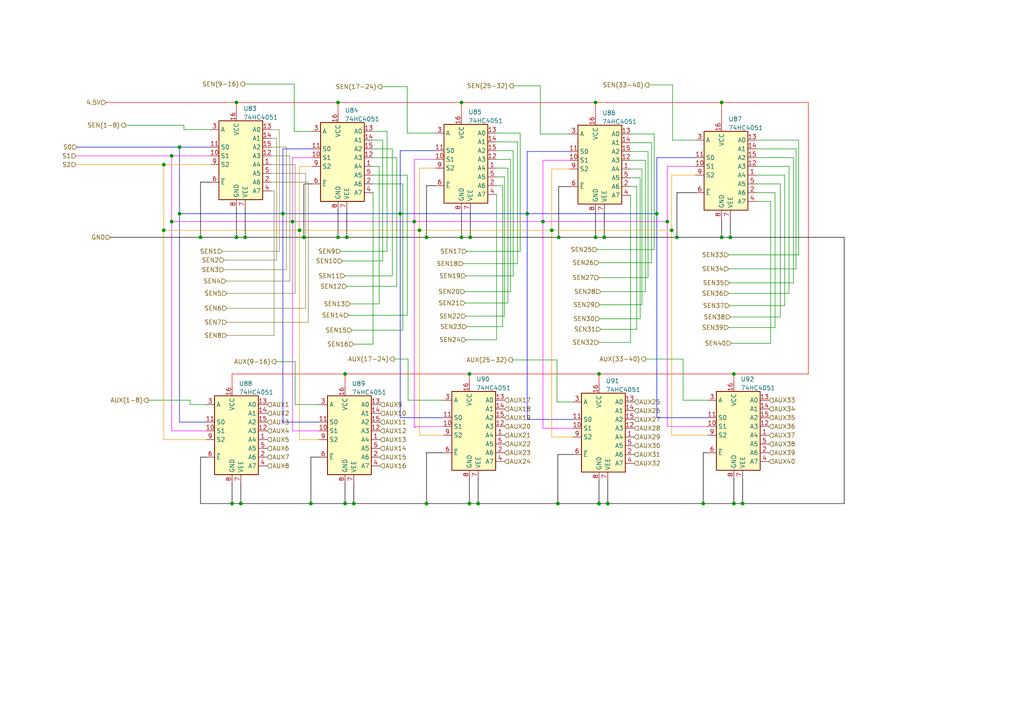
<source format=kicad_sch>
(kicad_sch (version 20230121) (generator eeschema)

  (uuid 4f837202-360d-47c1-9764-8129e4c78a52)

  (paper "A4")

  (lib_symbols
    (symbol "74xx:74HC4051" (in_bom yes) (on_board yes)
      (property "Reference" "U" (at -5.08 11.43 0)
        (effects (font (size 1.27 1.27)))
      )
      (property "Value" "74HC4051" (at -7.62 -13.97 0)
        (effects (font (size 1.27 1.27)))
      )
      (property "Footprint" "" (at 0 -10.16 0)
        (effects (font (size 1.27 1.27)) hide)
      )
      (property "Datasheet" "http://www.ti.com/lit/ds/symlink/cd74hc4051.pdf" (at 0 -10.16 0)
        (effects (font (size 1.27 1.27)) hide)
      )
      (property "ki_keywords" "HCMOS Multiplexer Demultiplexer Analog" (at 0 0 0)
        (effects (font (size 1.27 1.27)) hide)
      )
      (property "ki_description" "8-channel analog multiplexer/demultiplexer, DIP-16/SOIC-16/TSSOP-16" (at 0 0 0)
        (effects (font (size 1.27 1.27)) hide)
      )
      (property "ki_fp_filters" "DIP*W7.62mm* SOIC*3.9x9.9mm*P1.27mm* SOIC*5.3x10.2mm*P1.27mm* TSSOP*4.4x5mm*P0.65mm*" (at 0 0 0)
        (effects (font (size 1.27 1.27)) hide)
      )
      (symbol "74HC4051_0_1"
        (rectangle (start -5.08 10.16) (end 7.62 -12.7)
          (stroke (width 0.254) (type default))
          (fill (type background))
        )
      )
      (symbol "74HC4051_1_1"
        (pin passive line (at 10.16 -2.54 180) (length 2.54)
          (name "A4" (effects (font (size 1.27 1.27))))
          (number "1" (effects (font (size 1.27 1.27))))
        )
        (pin input line (at -7.62 0 0) (length 2.54)
          (name "S1" (effects (font (size 1.27 1.27))))
          (number "10" (effects (font (size 1.27 1.27))))
        )
        (pin input line (at -7.62 2.54 0) (length 2.54)
          (name "S0" (effects (font (size 1.27 1.27))))
          (number "11" (effects (font (size 1.27 1.27))))
        )
        (pin passive line (at 10.16 0 180) (length 2.54)
          (name "A3" (effects (font (size 1.27 1.27))))
          (number "12" (effects (font (size 1.27 1.27))))
        )
        (pin passive line (at 10.16 7.62 180) (length 2.54)
          (name "A0" (effects (font (size 1.27 1.27))))
          (number "13" (effects (font (size 1.27 1.27))))
        )
        (pin passive line (at 10.16 5.08 180) (length 2.54)
          (name "A1" (effects (font (size 1.27 1.27))))
          (number "14" (effects (font (size 1.27 1.27))))
        )
        (pin passive line (at 10.16 2.54 180) (length 2.54)
          (name "A2" (effects (font (size 1.27 1.27))))
          (number "15" (effects (font (size 1.27 1.27))))
        )
        (pin power_in line (at 0 12.7 270) (length 2.54)
          (name "VCC" (effects (font (size 1.27 1.27))))
          (number "16" (effects (font (size 1.27 1.27))))
        )
        (pin passive line (at 10.16 -7.62 180) (length 2.54)
          (name "A6" (effects (font (size 1.27 1.27))))
          (number "2" (effects (font (size 1.27 1.27))))
        )
        (pin passive line (at -7.62 7.62 0) (length 2.54)
          (name "A" (effects (font (size 1.27 1.27))))
          (number "3" (effects (font (size 1.27 1.27))))
        )
        (pin passive line (at 10.16 -10.16 180) (length 2.54)
          (name "A7" (effects (font (size 1.27 1.27))))
          (number "4" (effects (font (size 1.27 1.27))))
        )
        (pin passive line (at 10.16 -5.08 180) (length 2.54)
          (name "A5" (effects (font (size 1.27 1.27))))
          (number "5" (effects (font (size 1.27 1.27))))
        )
        (pin input line (at -7.62 -7.62 0) (length 2.54)
          (name "~{E}" (effects (font (size 1.27 1.27))))
          (number "6" (effects (font (size 1.27 1.27))))
        )
        (pin power_in line (at 2.54 -15.24 90) (length 2.54)
          (name "VEE" (effects (font (size 1.27 1.27))))
          (number "7" (effects (font (size 1.27 1.27))))
        )
        (pin power_in line (at 0 -15.24 90) (length 2.54)
          (name "GND" (effects (font (size 1.27 1.27))))
          (number "8" (effects (font (size 1.27 1.27))))
        )
        (pin input line (at -7.62 -2.54 0) (length 2.54)
          (name "S2" (effects (font (size 1.27 1.27))))
          (number "9" (effects (font (size 1.27 1.27))))
        )
      )
    )
  )

  (junction (at 82.042 61.976) (diameter 0) (color 0 0 0 0)
    (uuid 02580001-6ab4-4b54-b5a3-ff9b80a2df9f)
  )
  (junction (at 138.684 146.05) (diameter 0) (color 0 0 0 0)
    (uuid 0506988e-372f-4bf1-a003-f92953fcb926)
  )
  (junction (at 49.784 45.212) (diameter 0) (color 0 0 0 0)
    (uuid 0611c187-2ebe-4b06-ae9e-b11f8a0490ce)
  )
  (junction (at 84.836 64.262) (diameter 0) (color 0 0 0 0)
    (uuid 094389d1-48aa-4a5c-953c-6af615b52af3)
  )
  (junction (at 98.044 29.718) (diameter 0) (color 0 0 0 0)
    (uuid 0bec7433-a811-411f-9b73-fc91b2bdbe5f)
  )
  (junction (at 209.296 29.718) (diameter 0) (color 0 0 0 0)
    (uuid 1ecbed96-932c-472c-9601-98b93de6d902)
  )
  (junction (at 68.58 68.834) (diameter 0) (color 0 0 0 0)
    (uuid 1f227ee1-1595-4a6b-bdc2-0bf2c7a9160e)
  )
  (junction (at 193.548 64.262) (diameter 0) (color 0 0 0 0)
    (uuid 23e2d5b1-accf-4296-adc3-a70dd374a164)
  )
  (junction (at 116.078 61.976) (diameter 0) (color 0 0 0 0)
    (uuid 23e5ff18-54a7-478e-8903-50f3228258d2)
  )
  (junction (at 215.392 146.05) (diameter 0) (color 0 0 0 0)
    (uuid 305252ec-73e6-4262-aaf6-137337ec1a04)
  )
  (junction (at 172.72 29.718) (diameter 0) (color 0 0 0 0)
    (uuid 3b2ec1f8-02d8-4b53-8131-cbcc5f744cae)
  )
  (junction (at 86.868 66.802) (diameter 0) (color 0 0 0 0)
    (uuid 3bc718ea-6cbd-4a8f-980f-6a476b965f46)
  )
  (junction (at 203.962 146.05) (diameter 0) (color 0 0 0 0)
    (uuid 4197a9a1-e19d-49fe-a4cd-7088730a096d)
  )
  (junction (at 173.736 108.458) (diameter 0) (color 0 0 0 0)
    (uuid 477b3510-8d00-434a-b694-d0a33c73d541)
  )
  (junction (at 102.616 146.05) (diameter 0) (color 0 0 0 0)
    (uuid 48a855ff-643e-4a13-8fdf-a6727115e2d1)
  )
  (junction (at 194.818 66.802) (diameter 0) (color 0 0 0 0)
    (uuid 49747f15-4b4e-412f-8528-c7f65f9b7294)
  )
  (junction (at 123.698 68.834) (diameter 0) (color 0 0 0 0)
    (uuid 4a825c28-8a97-40dc-9e87-5536ead6b864)
  )
  (junction (at 209.296 68.834) (diameter 0) (color 0 0 0 0)
    (uuid 4ea846f5-b33f-4a76-bd25-87d419deb9d6)
  )
  (junction (at 52.07 61.976) (diameter 0) (color 0 0 0 0)
    (uuid 4f368d0a-85e3-438d-8bdb-37d5bdb0ad30)
  )
  (junction (at 71.12 68.834) (diameter 0) (color 0 0 0 0)
    (uuid 5952a6ce-5aaf-420d-81f5-413f5f7b46db)
  )
  (junction (at 67.31 146.05) (diameter 0) (color 0 0 0 0)
    (uuid 5a78ec65-0d04-41b7-bc47-e28c0f852c70)
  )
  (junction (at 160.02 66.802) (diameter 0) (color 0 0 0 0)
    (uuid 5b997db9-49a8-46ca-bc1b-fb35ea9c4b89)
  )
  (junction (at 175.26 68.834) (diameter 0) (color 0 0 0 0)
    (uuid 6310bb1f-63a0-47f6-9480-76ef0805cb29)
  )
  (junction (at 100.076 108.458) (diameter 0) (color 0 0 0 0)
    (uuid 63ac350e-bab0-404e-a3f1-daadef8e4be6)
  )
  (junction (at 133.858 29.718) (diameter 0) (color 0 0 0 0)
    (uuid 689901a9-2047-4a01-928c-ccf6dacc965c)
  )
  (junction (at 68.58 29.718) (diameter 0) (color 0 0 0 0)
    (uuid 6d0ca4ea-48a6-4815-bebc-3a46790508f9)
  )
  (junction (at 88.138 68.834) (diameter 0) (color 0 0 0 0)
    (uuid 6eecebe3-d62a-49f8-b5b9-6811ac61529e)
  )
  (junction (at 100.584 68.834) (diameter 0) (color 0 0 0 0)
    (uuid 6f71b915-f3c8-4025-bd48-9d7ce9b9b2c9)
  )
  (junction (at 136.144 108.458) (diameter 0) (color 0 0 0 0)
    (uuid 7048edc6-b298-4099-97af-06a335f823ee)
  )
  (junction (at 212.852 146.05) (diameter 0) (color 0 0 0 0)
    (uuid 880628f5-e2b3-41fb-8a4a-45ac11dc82fd)
  )
  (junction (at 136.144 146.05) (diameter 0) (color 0 0 0 0)
    (uuid 886670d8-f31a-468b-8103-9501816ff9c5)
  )
  (junction (at 190.5 61.976) (diameter 0) (color 0 0 0 0)
    (uuid 9555c25a-42f3-4027-a3fa-47bc192c7118)
  )
  (junction (at 211.836 68.834) (diameter 0) (color 0 0 0 0)
    (uuid 98842acf-224b-471a-a096-ba535cb57d27)
  )
  (junction (at 212.852 108.458) (diameter 0) (color 0 0 0 0)
    (uuid 99a19ebf-b7d6-4469-b52e-6bb54fed6b17)
  )
  (junction (at 47.498 47.752) (diameter 0) (color 0 0 0 0)
    (uuid 9b0758dc-0e52-4c64-80cc-3b92edb22874)
  )
  (junction (at 69.85 146.05) (diameter 0) (color 0 0 0 0)
    (uuid 9bc8e0ee-16b7-456d-9df9-bdf00b181f3b)
  )
  (junction (at 173.736 146.05) (diameter 0) (color 0 0 0 0)
    (uuid 9e3270df-18db-402c-aa2d-bb6ab7249ae8)
  )
  (junction (at 133.858 68.834) (diameter 0) (color 0 0 0 0)
    (uuid a21d1e9d-7e25-4366-82c2-5208bf6c71ea)
  )
  (junction (at 136.398 68.834) (diameter 0) (color 0 0 0 0)
    (uuid a8e528a3-4f2c-4abb-8a04-77fa87ccd4f6)
  )
  (junction (at 162.052 68.834) (diameter 0) (color 0 0 0 0)
    (uuid aadff754-fcb0-41be-a191-57513814a3e0)
  )
  (junction (at 47.498 66.802) (diameter 0) (color 0 0 0 0)
    (uuid ab2dc404-69ff-46e9-8eb5-11a401615af9)
  )
  (junction (at 98.044 68.834) (diameter 0) (color 0 0 0 0)
    (uuid aeaac23d-5af6-4b1f-8c6c-ac70e66b46a2)
  )
  (junction (at 161.798 146.05) (diameter 0) (color 0 0 0 0)
    (uuid bbd3a549-af97-4961-b459-3d6a877bb505)
  )
  (junction (at 52.07 42.672) (diameter 0) (color 0 0 0 0)
    (uuid bd2021f6-c01e-4d51-a10c-79fb97f05fef)
  )
  (junction (at 172.72 68.834) (diameter 0) (color 0 0 0 0)
    (uuid c9d20393-0bcb-4380-892b-0d4e2598f1de)
  )
  (junction (at 120.142 64.262) (diameter 0) (color 0 0 0 0)
    (uuid cdc43710-3256-41a8-a944-36492d0bd60d)
  )
  (junction (at 157.48 64.262) (diameter 0) (color 0 0 0 0)
    (uuid d94b6f03-c737-4ecc-a472-8bb28e7e86af)
  )
  (junction (at 58.166 68.834) (diameter 0) (color 0 0 0 0)
    (uuid dae4d232-8ec4-4ea3-8a36-b826dbc41f24)
  )
  (junction (at 196.342 68.834) (diameter 0) (color 0 0 0 0)
    (uuid dbea34c7-7377-4b22-8944-981752992c84)
  )
  (junction (at 152.908 61.976) (diameter 0) (color 0 0 0 0)
    (uuid dc8fd2c5-5e18-4be9-abd7-1fb110f69dd4)
  )
  (junction (at 121.666 66.802) (diameter 0) (color 0 0 0 0)
    (uuid e1eedad1-d8da-4b58-a198-f335010dd549)
  )
  (junction (at 100.076 146.05) (diameter 0) (color 0 0 0 0)
    (uuid e74c00a1-5d49-4aa2-911a-2b5974a99d99)
  )
  (junction (at 123.698 146.05) (diameter 0) (color 0 0 0 0)
    (uuid f24dbb32-8ea0-40de-aaa8-c74dc2404d02)
  )
  (junction (at 90.17 146.05) (diameter 0) (color 0 0 0 0)
    (uuid f4e7c26a-a0a7-4e69-b24d-6b23d38089c7)
  )
  (junction (at 49.784 64.262) (diameter 0) (color 0 0 0 0)
    (uuid f6582b7f-8302-458c-a576-5b6b8710ce2a)
  )
  (junction (at 176.276 146.05) (diameter 0) (color 0 0 0 0)
    (uuid fd88a0d8-c022-4d79-b02f-b3be8935d095)
  )

  (wire (pts (xy 22.352 42.672) (xy 52.07 42.672))
    (stroke (width 0) (type default) (color 0 0 255 1))
    (uuid 0001e448-a887-4db7-86df-2ccc321496b0)
  )
  (wire (pts (xy 150.114 76.454) (xy 150.114 41.148))
    (stroke (width 0) (type default))
    (uuid 016d7f48-8d50-49f1-ae4d-68a0ea4910f6)
  )
  (wire (pts (xy 118.11 38.608) (xy 126.238 38.608))
    (stroke (width 0) (type default))
    (uuid 0276a4ce-4541-4a9d-b55f-01dae7f57adb)
  )
  (wire (pts (xy 172.72 29.718) (xy 172.72 33.782))
    (stroke (width 0) (type default) (color 255 0 0 1))
    (uuid 06f9fa8a-0f7f-4999-b638-1a8612edd962)
  )
  (wire (pts (xy 161.544 116.586) (xy 166.116 116.586))
    (stroke (width 0) (type default))
    (uuid 0934b408-8b0d-4ad3-a888-f7363dcc5d21)
  )
  (wire (pts (xy 187.198 46.482) (xy 182.88 46.482))
    (stroke (width 0) (type default))
    (uuid 09e787e6-51a0-4012-a854-485c4566a57f)
  )
  (wire (pts (xy 100.076 80.01) (xy 113.792 80.01))
    (stroke (width 0) (type default))
    (uuid 0b5514e1-84d8-4c30-9686-032cf7743904)
  )
  (wire (pts (xy 58.166 52.832) (xy 58.166 68.834))
    (stroke (width 0) (type default) (color 0 0 0 1))
    (uuid 0c39148f-9eb7-4c7f-8741-c2ac41bdc71b)
  )
  (wire (pts (xy 64.516 72.898) (xy 81.026 72.898))
    (stroke (width 0) (type default) (color 132 128 63 1))
    (uuid 0e397516-b1d7-4f4a-ad25-51e74de99cf3)
  )
  (wire (pts (xy 98.806 72.898) (xy 112.268 72.898))
    (stroke (width 0) (type default))
    (uuid 0fc483b4-9235-45ac-89ee-a7c8663dc715)
  )
  (wire (pts (xy 203.962 146.05) (xy 212.852 146.05))
    (stroke (width 0) (type default) (color 0 0 0 1))
    (uuid 1065642c-02bc-413b-b734-6c896508c2c2)
  )
  (wire (pts (xy 187.96 43.942) (xy 182.88 43.942))
    (stroke (width 0) (type default))
    (uuid 11224fca-8704-4bb2-8ec8-a40cc4d7bf7a)
  )
  (wire (pts (xy 173.736 99.314) (xy 182.88 99.314))
    (stroke (width 0) (type default))
    (uuid 143fb6f0-7720-465b-b7eb-cd2e964748cd)
  )
  (wire (pts (xy 211.328 94.996) (xy 224.79 94.996))
    (stroke (width 0) (type default))
    (uuid 144c05a7-54fb-4682-807a-1cb30f3e45d8)
  )
  (wire (pts (xy 185.674 92.456) (xy 185.674 51.562))
    (stroke (width 0) (type default))
    (uuid 144fff58-1344-417c-832d-3bbe7ea15b37)
  )
  (wire (pts (xy 212.852 108.458) (xy 234.442 108.458))
    (stroke (width 0) (type default) (color 255 0 0 1))
    (uuid 1451dac4-45f6-404c-9af7-ee121258972f)
  )
  (wire (pts (xy 160.02 126.746) (xy 160.02 66.802))
    (stroke (width 0) (type default) (color 255 153 0 1))
    (uuid 14c9aa01-3928-43e2-a99a-71386339de80)
  )
  (wire (pts (xy 175.26 68.834) (xy 196.342 68.834))
    (stroke (width 0) (type default) (color 0 0 0 1))
    (uuid 151cb334-9890-4551-87ee-437f1a4988d1)
  )
  (wire (pts (xy 209.296 68.834) (xy 211.836 68.834))
    (stroke (width 0) (type default) (color 0 0 0 1))
    (uuid 15aaf556-c39d-424a-a2f8-75c752d0273b)
  )
  (wire (pts (xy 172.72 61.722) (xy 172.72 68.834))
    (stroke (width 0) (type default) (color 0 0 0 1))
    (uuid 180e4a24-edda-43cd-bd90-7775d719e7b6)
  )
  (wire (pts (xy 187.198 84.582) (xy 187.198 46.482))
    (stroke (width 0) (type default))
    (uuid 184f7ae5-0891-48e6-8cec-1325b9b2025f)
  )
  (wire (pts (xy 211.836 63.5) (xy 211.836 68.834))
    (stroke (width 0) (type default) (color 0 0 0 1))
    (uuid 18d1376a-2f76-42b6-81b6-b8eeed8fb93f)
  )
  (wire (pts (xy 47.498 66.802) (xy 47.498 47.752))
    (stroke (width 0) (type default) (color 255 153 0 1))
    (uuid 192326e0-2d60-400d-8673-f4daea617ef5)
  )
  (wire (pts (xy 88.646 89.408) (xy 88.646 50.292))
    (stroke (width 0) (type default) (color 132 128 63 1))
    (uuid 1a66366a-2aca-408b-ae9c-e2174ca19569)
  )
  (wire (pts (xy 88.646 50.292) (xy 78.74 50.292))
    (stroke (width 0) (type default) (color 132 128 63 1))
    (uuid 1ab8ff5b-c51b-4520-9b9c-95af77ea6d65)
  )
  (wire (pts (xy 147.32 87.884) (xy 147.32 48.768))
    (stroke (width 0) (type default))
    (uuid 1b88c047-93d3-41dc-9770-3ae84a2c4e14)
  )
  (wire (pts (xy 86.868 127.508) (xy 86.868 66.802))
    (stroke (width 0) (type default) (color 255 153 0 1))
    (uuid 1e977c32-d4f7-4e77-a4f8-00955a8dd1d7)
  )
  (wire (pts (xy 65.786 89.408) (xy 88.646 89.408))
    (stroke (width 0) (type default) (color 132 128 63 1))
    (uuid 1f2582fc-a310-4835-9dfb-c2f7513f9b23)
  )
  (wire (pts (xy 138.684 138.938) (xy 138.684 146.05))
    (stroke (width 0) (type default) (color 0 0 0 1))
    (uuid 208678db-ea50-4bf8-bbe7-127217161a81)
  )
  (wire (pts (xy 92.456 124.968) (xy 84.836 124.968))
    (stroke (width 0) (type default) (color 255 0 255 1))
    (uuid 216d7d4a-1a88-4de0-b6bb-0dcd0c812c2c)
  )
  (wire (pts (xy 83.058 42.672) (xy 78.74 42.672))
    (stroke (width 0) (type default) (color 132 128 63 1))
    (uuid 217fa40c-cce1-43cd-8b1a-c21a89f50242)
  )
  (wire (pts (xy 118.11 50.8) (xy 108.204 50.8))
    (stroke (width 0) (type default))
    (uuid 21f96b50-5cf7-444b-9dc4-18df1dbfebf7)
  )
  (wire (pts (xy 133.858 68.834) (xy 136.398 68.834))
    (stroke (width 0) (type default) (color 0 0 0 1))
    (uuid 226b5d6e-eca0-466f-bbf1-2dafda5189a0)
  )
  (wire (pts (xy 123.698 53.848) (xy 123.698 68.834))
    (stroke (width 0) (type default) (color 0 0 0 1))
    (uuid 22796843-eae6-42d3-beb3-521e0a1e7a68)
  )
  (wire (pts (xy 166.116 121.666) (xy 152.908 121.666))
    (stroke (width 0) (type default) (color 0 0 255 1))
    (uuid 230f0bd5-7199-47f1-8e2b-e5500f002879)
  )
  (wire (pts (xy 65.024 78.232) (xy 83.058 78.232))
    (stroke (width 0) (type default) (color 132 128 63 1))
    (uuid 23987fc6-9dcd-46b2-9a98-dcab53a7dab5)
  )
  (wire (pts (xy 101.6 88.138) (xy 109.982 88.138))
    (stroke (width 0) (type default))
    (uuid 23a76464-0af8-4fc7-a500-3772a2890ea1)
  )
  (wire (pts (xy 136.398 61.468) (xy 136.398 68.834))
    (stroke (width 0) (type default) (color 0 0 0 1))
    (uuid 240eed0b-515c-4a5f-aacb-6e84ef97584e)
  )
  (wire (pts (xy 173.736 139.446) (xy 173.736 146.05))
    (stroke (width 0) (type default) (color 0 0 0 1))
    (uuid 249bf4ee-e519-45ea-9f7b-6718e01bab10)
  )
  (wire (pts (xy 121.666 126.238) (xy 121.666 66.802))
    (stroke (width 0) (type default) (color 255 153 0 1))
    (uuid 24c244d0-e0cf-406e-9b63-5104a9a2b09c)
  )
  (wire (pts (xy 84.074 45.212) (xy 78.74 45.212))
    (stroke (width 0) (type default) (color 132 128 63 1))
    (uuid 24e73b15-8ee3-4ff3-aff5-6dcd66cb9ea1)
  )
  (wire (pts (xy 212.852 146.05) (xy 215.392 146.05))
    (stroke (width 0) (type default) (color 0 0 0 1))
    (uuid 2580b1fd-90ed-4132-a53f-b5d115a68b39)
  )
  (wire (pts (xy 52.07 42.672) (xy 60.96 42.672))
    (stroke (width 0) (type default) (color 0 0 255 1))
    (uuid 28258d60-5447-4e40-92db-04323e8db1c8)
  )
  (wire (pts (xy 196.342 68.834) (xy 209.296 68.834))
    (stroke (width 0) (type default) (color 0 0 0 1))
    (uuid 2840ff28-def9-4a06-b681-c4706afaec0e)
  )
  (wire (pts (xy 193.548 123.698) (xy 193.548 64.262))
    (stroke (width 0) (type default) (color 255 0 255 1))
    (uuid 28589bdd-5e5c-4a99-9506-343d090fd12d)
  )
  (wire (pts (xy 212.09 99.568) (xy 223.52 99.568))
    (stroke (width 0) (type default))
    (uuid 28c66645-8350-4cf1-b98a-b3c614f8db46)
  )
  (wire (pts (xy 161.798 146.05) (xy 173.736 146.05))
    (stroke (width 0) (type default) (color 0 0 0 1))
    (uuid 29e7c732-3b3c-4537-a708-05c2ef21f833)
  )
  (wire (pts (xy 152.908 61.976) (xy 190.5 61.976))
    (stroke (width 0) (type default) (color 0 0 255 1))
    (uuid 2a42fc23-a0be-4a30-9fba-560ee60666b0)
  )
  (wire (pts (xy 92.456 127.508) (xy 86.868 127.508))
    (stroke (width 0) (type default) (color 255 153 0 1))
    (uuid 2a44f565-5a2a-4f36-846c-afbe2862f128)
  )
  (wire (pts (xy 121.666 66.802) (xy 160.02 66.802))
    (stroke (width 0) (type default) (color 255 153 0 1))
    (uuid 2a5e9357-c381-45dc-a07a-cd3952d8f3aa)
  )
  (wire (pts (xy 173.736 76.2) (xy 188.976 76.2))
    (stroke (width 0) (type default))
    (uuid 2ad4aa3c-5e9c-4d46-8014-378b405882b7)
  )
  (wire (pts (xy 59.69 122.428) (xy 52.07 122.428))
    (stroke (width 0) (type default) (color 0 0 255 1))
    (uuid 2bc4f01d-47b9-48e1-b3aa-9a3a47e613bc)
  )
  (wire (pts (xy 65.024 75.438) (xy 80.264 75.438))
    (stroke (width 0) (type default) (color 132 128 63 1))
    (uuid 2be5ddd6-a891-4e5c-b87a-03fabb620e2f)
  )
  (wire (pts (xy 82.042 43.18) (xy 82.042 61.976))
    (stroke (width 0) (type default) (color 0 0 255 1))
    (uuid 2bfef489-f57c-49ad-8c6d-0e932341ecca)
  )
  (wire (pts (xy 120.142 64.262) (xy 157.48 64.262))
    (stroke (width 0) (type default) (color 255 0 255 1))
    (uuid 2caab63d-719c-4bda-801a-dc203e0f76fb)
  )
  (wire (pts (xy 134.874 84.582) (xy 148.082 84.582))
    (stroke (width 0) (type default))
    (uuid 2d50fe2c-5383-4ddb-a4f0-3d750bd30647)
  )
  (wire (pts (xy 70.866 24.384) (xy 85.344 24.384))
    (stroke (width 0) (type default))
    (uuid 2dc4ed84-11a0-4274-a20e-dff802533060)
  )
  (wire (pts (xy 175.26 61.722) (xy 175.26 68.834))
    (stroke (width 0) (type default) (color 0 0 0 1))
    (uuid 2deeb51c-d6db-4be5-8170-5c5658261d5c)
  )
  (wire (pts (xy 138.684 146.05) (xy 161.798 146.05))
    (stroke (width 0) (type default) (color 0 0 0 1))
    (uuid 2e7ee526-d4bb-4495-84e1-58f8558c145f)
  )
  (wire (pts (xy 100.076 146.05) (xy 90.17 146.05))
    (stroke (width 0) (type default) (color 0 0 0 1))
    (uuid 2f57a129-7257-4fe7-b917-20b1c57cf0ad)
  )
  (wire (pts (xy 98.044 29.718) (xy 98.044 33.02))
    (stroke (width 0) (type default) (color 255 0 0 1))
    (uuid 2f671740-21d1-4577-9d0c-92b3335a4e11)
  )
  (wire (pts (xy 85.598 85.09) (xy 85.598 47.752))
    (stroke (width 0) (type default) (color 132 128 63 1))
    (uuid 2f88b8fe-8f82-42ac-a338-ec4f18e9d058)
  )
  (wire (pts (xy 47.498 127.508) (xy 47.498 66.802))
    (stroke (width 0) (type default) (color 255 153 0 1))
    (uuid 2fcf4be7-fbca-4510-8e26-3a7ba0d8aa18)
  )
  (wire (pts (xy 165.1 54.102) (xy 162.052 54.102))
    (stroke (width 0) (type default) (color 0 0 0 1))
    (uuid 2fee3890-14d6-4317-9d11-115ab0acd4d7)
  )
  (wire (pts (xy 198.12 116.078) (xy 205.232 116.078))
    (stroke (width 0) (type default))
    (uuid 301a4e7f-4009-4cf2-ab16-de57c1874ce7)
  )
  (wire (pts (xy 165.1 49.022) (xy 160.02 49.022))
    (stroke (width 0) (type default) (color 255 153 0 1))
    (uuid 31b43f22-671d-4d56-9c2f-8fc685d5402f)
  )
  (wire (pts (xy 22.098 47.752) (xy 47.498 47.752))
    (stroke (width 0) (type default) (color 255 153 0 1))
    (uuid 32b6e984-ff8a-4018-96ee-15a3a6f6e889)
  )
  (wire (pts (xy 193.548 48.26) (xy 193.548 64.262))
    (stroke (width 0) (type default) (color 255 0 255 1))
    (uuid 33c0d364-8344-47ed-9ced-84e1f28d4322)
  )
  (wire (pts (xy 98.044 68.834) (xy 100.584 68.834))
    (stroke (width 0) (type default) (color 0 0 0 1))
    (uuid 35f6328c-9e0d-4982-b36f-e7716de0c0c6)
  )
  (wire (pts (xy 148.082 84.582) (xy 148.082 46.228))
    (stroke (width 0) (type default))
    (uuid 367707b1-f333-46d4-9cf2-37fb55665319)
  )
  (wire (pts (xy 47.498 66.802) (xy 86.868 66.802))
    (stroke (width 0) (type default) (color 255 153 0 1))
    (uuid 36fc361d-c330-4157-9c5b-ff49ca85f9c5)
  )
  (wire (pts (xy 120.396 123.952) (xy 120.142 123.952))
    (stroke (width 0) (type default) (color 255 0 255 1))
    (uuid 378610bd-8e7d-4ee1-9e45-afbbbe5f0e21)
  )
  (wire (pts (xy 166.116 126.746) (xy 160.02 126.746))
    (stroke (width 0) (type default) (color 255 153 0 1))
    (uuid 37d02e8d-062f-41f4-8606-927e3366e0cb)
  )
  (wire (pts (xy 59.69 124.968) (xy 49.784 124.968))
    (stroke (width 0) (type default) (color 255 0 255 1))
    (uuid 388d127e-8df7-42f9-b774-23a7c4ac18f4)
  )
  (wire (pts (xy 110.998 40.64) (xy 108.204 40.64))
    (stroke (width 0) (type default))
    (uuid 393135a4-4799-4c12-b537-fd722dfd6ef6)
  )
  (wire (pts (xy 144.018 98.552) (xy 144.018 56.388))
    (stroke (width 0) (type default))
    (uuid 39a44676-54c6-4204-8586-a5c19ff192d5)
  )
  (wire (pts (xy 157.48 124.206) (xy 157.48 64.262))
    (stroke (width 0) (type default) (color 255 0 255 1))
    (uuid 3a178f83-1943-4cc0-8c3c-ddc450f2b48c)
  )
  (wire (pts (xy 226.314 53.34) (xy 219.456 53.34))
    (stroke (width 0) (type default))
    (uuid 3a52905e-7e97-4130-8082-c0cf3ce153c7)
  )
  (wire (pts (xy 36.322 36.322) (xy 53.34 36.322))
    (stroke (width 0) (type default))
    (uuid 3b7c6f42-ee92-48cc-9ec1-bd12e078fd4e)
  )
  (wire (pts (xy 69.85 146.05) (xy 67.31 146.05))
    (stroke (width 0) (type default) (color 0 0 0 1))
    (uuid 3e3c7add-a8d4-496f-8f40-9bdce3a55237)
  )
  (wire (pts (xy 116.84 95.758) (xy 116.84 53.34))
    (stroke (width 0) (type default))
    (uuid 3e8ff40e-c822-4d00-8328-7c11f426f268)
  )
  (wire (pts (xy 71.12 68.834) (xy 88.138 68.834))
    (stroke (width 0) (type default) (color 0 0 0 1))
    (uuid 41bbfe37-c191-4f74-bf8c-301157d15314)
  )
  (wire (pts (xy 121.666 48.768) (xy 121.666 66.802))
    (stroke (width 0) (type default) (color 255 153 0 1))
    (uuid 43c572eb-e50f-46f5-97cb-bf5029a351c6)
  )
  (wire (pts (xy 148.59 104.394) (xy 161.544 104.394))
    (stroke (width 0) (type default))
    (uuid 44b4d44c-fc31-41ac-a170-72abf2eb9a2b)
  )
  (wire (pts (xy 80.01 104.902) (xy 85.598 104.902))
    (stroke (width 0) (type default))
    (uuid 45cd0577-2f3c-43ae-8b7b-f8869d8fd84c)
  )
  (wire (pts (xy 116.078 43.688) (xy 116.078 61.976))
    (stroke (width 0) (type default) (color 0 0 255 1))
    (uuid 46f1307c-1dbf-47e5-b9bc-d4b0588cf736)
  )
  (wire (pts (xy 173.99 92.456) (xy 185.674 92.456))
    (stroke (width 0) (type default))
    (uuid 48fa0eec-04b5-4ff9-875a-b1f365e5e21d)
  )
  (wire (pts (xy 224.79 55.88) (xy 219.456 55.88))
    (stroke (width 0) (type default))
    (uuid 4a7c1e54-8044-4ecc-ad17-b32be38debb7)
  )
  (wire (pts (xy 209.296 29.718) (xy 209.296 35.56))
    (stroke (width 0) (type default) (color 255 0 0 1))
    (uuid 4a88ccd5-92bc-4483-8da5-59afe1f5241b)
  )
  (wire (pts (xy 188.214 24.638) (xy 195.072 24.638))
    (stroke (width 0) (type default))
    (uuid 4ad3522c-5210-43f3-8b27-c4595bc7e19c)
  )
  (wire (pts (xy 128.524 121.158) (xy 116.078 121.158))
    (stroke (width 0) (type default) (color 0 0 255 1))
    (uuid 4dcc6eda-d6b6-4337-8061-27bcff6f0e24)
  )
  (wire (pts (xy 59.69 127.508) (xy 47.498 127.508))
    (stroke (width 0) (type default) (color 255 153 0 1))
    (uuid 517f9119-0c1c-4d3f-8950-2436b05875ee)
  )
  (wire (pts (xy 68.58 29.718) (xy 98.044 29.718))
    (stroke (width 0) (type default) (color 255 0 0 1))
    (uuid 520e10e0-c265-4a8d-8a83-5b9759e115a4)
  )
  (wire (pts (xy 215.392 146.05) (xy 244.856 146.05))
    (stroke (width 0) (type default) (color 0 0 0 1))
    (uuid 5239d18c-1de9-42f6-8023-ddcce3e5fefb)
  )
  (wire (pts (xy 84.074 81.534) (xy 84.074 45.212))
    (stroke (width 0) (type default) (color 132 128 63 1))
    (uuid 524e8033-9f3f-41bb-9fc3-20e19888f7d7)
  )
  (wire (pts (xy 157.48 64.262) (xy 193.548 64.262))
    (stroke (width 0) (type default) (color 255 0 255 1))
    (uuid 53a9ab7d-08ba-472a-af31-c0acc050bd8b)
  )
  (wire (pts (xy 67.31 140.208) (xy 67.31 146.05))
    (stroke (width 0) (type default) (color 0 0 0 1))
    (uuid 53f415f6-2506-4c53-bb7a-b313071305e4)
  )
  (wire (pts (xy 120.142 46.228) (xy 120.142 64.262))
    (stroke (width 0) (type default) (color 255 0 255 1))
    (uuid 55f7aeee-7aa7-495e-8b2c-0fc95621831f)
  )
  (wire (pts (xy 30.734 29.718) (xy 68.58 29.718))
    (stroke (width 0) (type default) (color 255 0 0 1))
    (uuid 567c9561-13cd-4551-bc0f-84894f2c1ec0)
  )
  (wire (pts (xy 88.138 68.834) (xy 98.044 68.834))
    (stroke (width 0) (type default) (color 0 0 0 1))
    (uuid 56fe5dc1-c7e2-40cc-a19f-a372c8ecda49)
  )
  (wire (pts (xy 100.584 83.058) (xy 115.062 83.058))
    (stroke (width 0) (type default))
    (uuid 5868b7b1-9855-4ec2-b56b-5e52663289cf)
  )
  (wire (pts (xy 112.268 72.898) (xy 112.268 38.1))
    (stroke (width 0) (type default))
    (uuid 58e10387-1a8e-4d41-bf51-3891dc495348)
  )
  (wire (pts (xy 133.858 29.718) (xy 133.858 33.528))
    (stroke (width 0) (type default) (color 255 0 0 1))
    (uuid 5a7316de-ca5f-40ed-9956-f53cf346d472)
  )
  (wire (pts (xy 156.718 38.862) (xy 165.1 38.862))
    (stroke (width 0) (type default))
    (uuid 5a846905-4f01-47e5-be5f-209e4d495c09)
  )
  (wire (pts (xy 68.58 60.452) (xy 68.58 68.834))
    (stroke (width 0) (type default) (color 0 0 0 1))
    (uuid 5a9f677c-dc18-4f40-9973-f497956e9e8f)
  )
  (wire (pts (xy 108.204 38.1) (xy 112.268 38.1))
    (stroke (width 0) (type default))
    (uuid 5b4bb755-b693-4b4a-9066-d3d758960b97)
  )
  (wire (pts (xy 109.982 88.138) (xy 109.982 48.26))
    (stroke (width 0) (type default))
    (uuid 5bd32d0f-bd43-4480-8502-f4d331069c80)
  )
  (wire (pts (xy 205.232 131.318) (xy 203.962 131.318))
    (stroke (width 0) (type default) (color 0 0 0 1))
    (uuid 5bdd2e09-25e5-4701-8b2b-6c57c7cd18b0)
  )
  (wire (pts (xy 187.198 104.14) (xy 198.12 104.14))
    (stroke (width 0) (type default))
    (uuid 5c7040a5-954a-41cc-83b0-47f3cecdd009)
  )
  (wire (pts (xy 157.48 46.482) (xy 157.48 64.262))
    (stroke (width 0) (type default) (color 255 0 255 1))
    (uuid 5d460ae7-b639-4fd7-bca0-25737dff57ca)
  )
  (wire (pts (xy 100.076 146.05) (xy 102.616 146.05))
    (stroke (width 0) (type default) (color 0 0 0 1))
    (uuid 5d993501-f6b3-4042-a1be-2a02ed611fd9)
  )
  (wire (pts (xy 133.858 61.468) (xy 133.858 68.834))
    (stroke (width 0) (type default) (color 0 0 0 1))
    (uuid 5dc5fe21-aa4e-40d0-94f6-ecff7e8e75b6)
  )
  (wire (pts (xy 161.798 131.826) (xy 161.798 146.05))
    (stroke (width 0) (type default) (color 0 0 0 1))
    (uuid 5e229fe0-0ad4-430f-aa92-3cce2318266f)
  )
  (wire (pts (xy 100.076 108.458) (xy 100.076 112.268))
    (stroke (width 0) (type default) (color 255 0 0 1))
    (uuid 5e3108a7-0254-4e92-bd43-5d8d2a2cc000)
  )
  (wire (pts (xy 145.796 94.742) (xy 145.796 53.848))
    (stroke (width 0) (type default))
    (uuid 5eba3a1c-15f7-41c0-98ac-f80391ca9776)
  )
  (wire (pts (xy 126.238 53.848) (xy 123.698 53.848))
    (stroke (width 0) (type default) (color 0 0 0 1))
    (uuid 5f4679f7-dafc-4b35-a9e4-816f369d0473)
  )
  (wire (pts (xy 118.364 116.078) (xy 128.524 116.078))
    (stroke (width 0) (type default))
    (uuid 611e3380-71d0-4c8d-bbf2-ad5d16cbe243)
  )
  (wire (pts (xy 126.238 46.228) (xy 120.142 46.228))
    (stroke (width 0) (type default) (color 255 0 255 1))
    (uuid 63f64e89-b725-4c73-bffe-7bf9203b1c17)
  )
  (wire (pts (xy 148.844 24.892) (xy 156.718 24.892))
    (stroke (width 0) (type default))
    (uuid 6416e403-f799-44cc-aa71-141397d7c88d)
  )
  (wire (pts (xy 201.676 55.88) (xy 196.342 55.88))
    (stroke (width 0) (type default) (color 0 0 0 1))
    (uuid 64ff65ca-41f9-419a-b580-8b1f980d12c4)
  )
  (wire (pts (xy 52.07 61.976) (xy 82.042 61.976))
    (stroke (width 0) (type default) (color 0 0 255 1))
    (uuid 65634803-1dd2-481d-92eb-1cd5c06112f7)
  )
  (wire (pts (xy 161.544 104.394) (xy 161.544 116.586))
    (stroke (width 0) (type default))
    (uuid 66300c40-83e0-4b0d-936a-6165249b3f20)
  )
  (wire (pts (xy 205.232 121.158) (xy 190.5 121.158))
    (stroke (width 0) (type default) (color 0 0 255 1))
    (uuid 6631c6f1-5d47-4f08-9cad-0207106f8398)
  )
  (wire (pts (xy 150.114 41.148) (xy 144.018 41.148))
    (stroke (width 0) (type default))
    (uuid 669e6941-74d5-43b3-a598-15227ef16927)
  )
  (wire (pts (xy 85.344 38.1) (xy 90.424 38.1))
    (stroke (width 0) (type default))
    (uuid 670147a2-489e-4b1e-9a14-7fe1672037f9)
  )
  (wire (pts (xy 55.118 116.078) (xy 55.118 117.348))
    (stroke (width 0) (type default))
    (uuid 67c684f2-c078-4c1e-acef-7a9b9435ecd3)
  )
  (wire (pts (xy 188.976 41.402) (xy 182.88 41.402))
    (stroke (width 0) (type default))
    (uuid 686defd8-d55a-4042-a79b-e7763bddf21e)
  )
  (wire (pts (xy 53.34 37.592) (xy 60.96 37.592))
    (stroke (width 0) (type default))
    (uuid 68af1499-517c-4705-a50e-7f4e939ca43f)
  )
  (wire (pts (xy 98.044 60.96) (xy 98.044 68.834))
    (stroke (width 0) (type default) (color 0 0 0 1))
    (uuid 68e55429-b94f-45e1-a449-dc61bc59db6d)
  )
  (wire (pts (xy 212.852 108.458) (xy 212.852 110.998))
    (stroke (width 0) (type default) (color 255 0 0 1))
    (uuid 69258272-df36-4694-aaf0-0d8e71d45751)
  )
  (wire (pts (xy 102.616 99.822) (xy 108.204 99.822))
    (stroke (width 0) (type default))
    (uuid 69449d35-84ed-43c1-b909-de588f6ddf85)
  )
  (wire (pts (xy 102.108 95.758) (xy 116.84 95.758))
    (stroke (width 0) (type default))
    (uuid 6aecbab5-f12d-45b0-b45f-3c55f06cbb6e)
  )
  (wire (pts (xy 118.11 91.44) (xy 118.11 50.8))
    (stroke (width 0) (type default))
    (uuid 6be7b48a-ae13-431d-af46-2b65f79ea3bc)
  )
  (wire (pts (xy 187.96 80.518) (xy 187.96 43.942))
    (stroke (width 0) (type default))
    (uuid 6d90795f-e244-4d38-9be7-86ee6ae6bc38)
  )
  (wire (pts (xy 205.232 123.698) (xy 193.548 123.698))
    (stroke (width 0) (type default) (color 255 0 255 1))
    (uuid 6e493d23-505a-4fee-8b8a-120f881e0e50)
  )
  (wire (pts (xy 215.392 138.938) (xy 215.392 146.05))
    (stroke (width 0) (type default) (color 0 0 0 1))
    (uuid 6e527d59-f0d3-4335-9e81-32f4e2254299)
  )
  (wire (pts (xy 211.328 73.914) (xy 231.648 73.914))
    (stroke (width 0) (type default))
    (uuid 7081bfcc-4392-4586-84d4-896812949968)
  )
  (wire (pts (xy 100.584 60.96) (xy 100.584 68.834))
    (stroke (width 0) (type default) (color 0 0 0 1))
    (uuid 70a22857-c81c-467a-a87e-406b301e1139)
  )
  (wire (pts (xy 65.532 81.534) (xy 84.074 81.534))
    (stroke (width 0) (type default) (color 132 128 63 1))
    (uuid 70a4f3d3-7799-4bd0-8e9e-3de131db244e)
  )
  (wire (pts (xy 85.598 104.902) (xy 85.598 117.348))
    (stroke (width 0) (type default))
    (uuid 7125ed78-b32d-46e8-8efe-17679ed6f917)
  )
  (wire (pts (xy 102.616 146.05) (xy 123.698 146.05))
    (stroke (width 0) (type default) (color 0 0 0 1))
    (uuid 714b6347-b684-4a9e-a605-d163b0ea2db2)
  )
  (wire (pts (xy 228.854 85.09) (xy 228.854 48.26))
    (stroke (width 0) (type default))
    (uuid 71d1c1cd-f1f1-4d67-bc06-0bca5a35a045)
  )
  (wire (pts (xy 135.128 98.552) (xy 144.018 98.552))
    (stroke (width 0) (type default))
    (uuid 72f05ba4-6089-4c1a-aa12-a558aa989a64)
  )
  (wire (pts (xy 211.836 68.834) (xy 244.856 68.834))
    (stroke (width 0) (type default) (color 0 0 0 1))
    (uuid 74ff10ec-693e-4f89-95d2-f768d3eabe4b)
  )
  (wire (pts (xy 186.182 49.022) (xy 182.88 49.022))
    (stroke (width 0) (type default))
    (uuid 759a2f1e-dbc5-450a-b61c-2138209ca8e5)
  )
  (wire (pts (xy 160.02 49.022) (xy 160.02 66.802))
    (stroke (width 0) (type default) (color 255 153 0 1))
    (uuid 77e7d340-0e2a-4dee-a9c1-7b5bda896edf)
  )
  (wire (pts (xy 134.874 87.884) (xy 147.32 87.884))
    (stroke (width 0) (type default))
    (uuid 77f16ad6-a648-4473-954f-42536d696a90)
  )
  (wire (pts (xy 110.744 25.146) (xy 118.11 25.146))
    (stroke (width 0) (type default))
    (uuid 78e2f7d6-6797-41d0-b1ec-b6fa0948b592)
  )
  (wire (pts (xy 53.34 36.322) (xy 53.34 37.592))
    (stroke (width 0) (type default))
    (uuid 7945ee94-9d96-4377-b84a-20dff594d14b)
  )
  (wire (pts (xy 244.856 68.834) (xy 244.856 146.05))
    (stroke (width 0) (type default) (color 0 0 0 1))
    (uuid 795b1c11-382b-4aea-8bc2-34d78592349b)
  )
  (wire (pts (xy 152.908 121.666) (xy 152.908 61.976))
    (stroke (width 0) (type default) (color 0 0 255 1))
    (uuid 798df941-5f92-4c2e-80ea-74e4274b28cb)
  )
  (wire (pts (xy 190.5 45.72) (xy 190.5 61.976))
    (stroke (width 0) (type default) (color 0 0 255 1))
    (uuid 79c3a998-b10d-4c6d-86fb-40fed1c52663)
  )
  (wire (pts (xy 120.142 64.262) (xy 120.142 123.952))
    (stroke (width 0) (type default) (color 255 0 255 1))
    (uuid 7c0679d0-2162-43c6-a9e5-f13dcb615100)
  )
  (wire (pts (xy 219.456 40.64) (xy 231.648 40.64))
    (stroke (width 0) (type default))
    (uuid 7d441c39-5986-4256-ad06-df8d298eea63)
  )
  (wire (pts (xy 65.786 97.282) (xy 79.502 97.282))
    (stroke (width 0) (type default) (color 132 128 63 1))
    (uuid 7d87a6f0-797e-4af5-bcad-17aeb86fdb78)
  )
  (wire (pts (xy 22.098 45.212) (xy 49.784 45.212))
    (stroke (width 0) (type default) (color 255 0 255 1))
    (uuid 7db951f2-11f5-4f92-956a-749aee646102)
  )
  (wire (pts (xy 86.868 66.802) (xy 121.666 66.802))
    (stroke (width 0) (type default) (color 255 153 0 1))
    (uuid 7dbdc6ca-6ff3-45fd-a7cc-2249a7691d38)
  )
  (wire (pts (xy 223.52 99.568) (xy 223.52 58.42))
    (stroke (width 0) (type default))
    (uuid 7de1c4b6-a47b-423e-ad49-5dd75ea7476b)
  )
  (wire (pts (xy 90.424 53.34) (xy 88.138 53.34))
    (stroke (width 0) (type default) (color 0 0 0 1))
    (uuid 7faaf58d-96b7-4c34-8a08-251b2ec0a70a)
  )
  (wire (pts (xy 227.584 88.646) (xy 227.584 50.8))
    (stroke (width 0) (type default))
    (uuid 808f770a-bbdb-489a-9480-7346d1c5786c)
  )
  (wire (pts (xy 49.784 64.262) (xy 49.784 45.212))
    (stroke (width 0) (type default) (color 255 0 255 1))
    (uuid 82a3810f-1839-4d92-9b1f-8bf1321dee80)
  )
  (wire (pts (xy 212.852 138.938) (xy 212.852 146.05))
    (stroke (width 0) (type default) (color 0 0 0 1))
    (uuid 8311d5c1-e5c8-4c7f-b891-4eefd23e16c4)
  )
  (wire (pts (xy 135.128 80.01) (xy 148.844 80.01))
    (stroke (width 0) (type default))
    (uuid 8402f566-8708-4321-a6c7-790394699222)
  )
  (wire (pts (xy 211.328 77.978) (xy 230.886 77.978))
    (stroke (width 0) (type default))
    (uuid 85723d49-5757-42e9-b071-66ca4b3fcd2e)
  )
  (wire (pts (xy 85.598 117.348) (xy 92.456 117.348))
    (stroke (width 0) (type default))
    (uuid 86ca20f8-ab3b-4e27-b053-ad6670df6802)
  )
  (wire (pts (xy 147.32 48.768) (xy 144.018 48.768))
    (stroke (width 0) (type default))
    (uuid 874f34e4-5d6f-4733-af78-eedaedc95af4)
  )
  (wire (pts (xy 134.366 76.454) (xy 150.114 76.454))
    (stroke (width 0) (type default))
    (uuid 8968eac1-bc5e-42fc-a8b1-e3840bb991f3)
  )
  (wire (pts (xy 165.1 43.942) (xy 152.908 43.942))
    (stroke (width 0) (type default) (color 0 0 255 1))
    (uuid 89ab84f0-f1f6-45b4-baa9-917eced13faf)
  )
  (wire (pts (xy 123.698 146.05) (xy 136.144 146.05))
    (stroke (width 0) (type default) (color 0 0 0 1))
    (uuid 8a7bc5c0-779e-4cf3-8d11-2e82159987e8)
  )
  (wire (pts (xy 230.124 82.042) (xy 230.124 45.72))
    (stroke (width 0) (type default))
    (uuid 8ab28d10-2255-448a-8884-727e55be1840)
  )
  (wire (pts (xy 108.204 99.822) (xy 108.204 55.88))
    (stroke (width 0) (type default))
    (uuid 8aedfd0d-eecb-4c01-b014-5a3f1ced996e)
  )
  (wire (pts (xy 172.72 29.718) (xy 209.296 29.718))
    (stroke (width 0) (type default) (color 255 0 0 1))
    (uuid 8cec3e9b-7498-414f-bd25-890418b615f1)
  )
  (wire (pts (xy 90.17 146.05) (xy 69.85 146.05))
    (stroke (width 0) (type default) (color 0 0 0 1))
    (uuid 8d43ce7a-fde6-44eb-adc3-e98709a90641)
  )
  (wire (pts (xy 173.228 72.39) (xy 189.738 72.39))
    (stroke (width 0) (type default))
    (uuid 904a0029-8e3f-4d02-ba25-5860a7d3ee54)
  )
  (wire (pts (xy 109.982 48.26) (xy 108.204 48.26))
    (stroke (width 0) (type default))
    (uuid 906b1410-eac4-450d-9b49-fb84926481d3)
  )
  (wire (pts (xy 165.1 46.482) (xy 157.48 46.482))
    (stroke (width 0) (type default) (color 255 0 255 1))
    (uuid 92368d1e-2d1c-4210-94f1-07ed538f0314)
  )
  (wire (pts (xy 85.598 47.752) (xy 78.74 47.752))
    (stroke (width 0) (type default) (color 132 128 63 1))
    (uuid 92495ef2-b24f-488e-8556-68f4c66afb09)
  )
  (wire (pts (xy 196.342 55.88) (xy 196.342 68.834))
    (stroke (width 0) (type default) (color 0 0 0 1))
    (uuid 9283ca05-1d4d-4f7b-abaf-c6dc5dc385f8)
  )
  (wire (pts (xy 173.736 111.506) (xy 173.736 108.458))
    (stroke (width 0) (type default) (color 255 0 0 1))
    (uuid 92a8db2c-8315-4707-9304-8883c8ba8272)
  )
  (wire (pts (xy 49.784 124.968) (xy 49.784 64.262))
    (stroke (width 0) (type default) (color 255 0 255 1))
    (uuid 933a8258-c080-49a2-a493-a7b32be3446e)
  )
  (wire (pts (xy 67.31 108.458) (xy 67.31 112.268))
    (stroke (width 0) (type default) (color 255 0 0 1))
    (uuid 93d095a4-9e87-485c-a9ef-6d21d3760029)
  )
  (wire (pts (xy 65.786 93.472) (xy 89.408 93.472))
    (stroke (width 0) (type default) (color 132 128 63 1))
    (uuid 9640986d-7ad6-42fe-8b24-4f926368d424)
  )
  (wire (pts (xy 98.044 29.718) (xy 133.858 29.718))
    (stroke (width 0) (type default) (color 255 0 0 1))
    (uuid 978a5e4e-53c3-4041-9e5a-1be12ff7c6d8)
  )
  (wire (pts (xy 49.784 64.262) (xy 84.836 64.262))
    (stroke (width 0) (type default) (color 255 0 255 1))
    (uuid 985eece4-561e-4a57-97cc-b3cfb69365ae)
  )
  (wire (pts (xy 78.74 37.592) (xy 81.026 37.592))
    (stroke (width 0) (type default) (color 132 128 63 1))
    (uuid 9ac08596-8034-4050-83b9-5d44dc5c307a)
  )
  (wire (pts (xy 174.244 84.582) (xy 187.198 84.582))
    (stroke (width 0) (type default))
    (uuid 9af90da0-07c4-44cf-b858-865d427264cd)
  )
  (wire (pts (xy 209.296 29.718) (xy 234.442 29.718))
    (stroke (width 0) (type default) (color 255 0 0 1))
    (uuid 9b88c35c-76fe-4f78-8e13-65e6713556ef)
  )
  (wire (pts (xy 115.062 83.058) (xy 115.062 45.72))
    (stroke (width 0) (type default))
    (uuid 9bc2dd22-c1ca-40ce-805f-4972760c9f3e)
  )
  (wire (pts (xy 90.424 48.26) (xy 86.868 48.26))
    (stroke (width 0) (type default) (color 255 153 0 1))
    (uuid 9c343366-6019-4ab7-9f70-182baf738a67)
  )
  (wire (pts (xy 85.344 24.384) (xy 85.344 38.1))
    (stroke (width 0) (type default))
    (uuid 9d9a3ac9-237f-4e53-9bcc-9ac615303f44)
  )
  (wire (pts (xy 150.876 72.898) (xy 150.876 38.608))
    (stroke (width 0) (type default))
    (uuid 9ee2eabe-75a4-4742-8240-135b3f03caa0)
  )
  (wire (pts (xy 69.85 140.208) (xy 69.85 146.05))
    (stroke (width 0) (type default) (color 0 0 0 1))
    (uuid 9f4d4118-442e-45f5-b466-c1f205ed1e53)
  )
  (wire (pts (xy 99.314 75.692) (xy 110.998 75.692))
    (stroke (width 0) (type default))
    (uuid 9fc29a44-7721-4b7b-9a24-d92274c1930c)
  )
  (wire (pts (xy 113.792 43.18) (xy 108.204 43.18))
    (stroke (width 0) (type default))
    (uuid a02568ed-979b-4b93-ad55-743a27b8520b)
  )
  (wire (pts (xy 195.072 24.638) (xy 195.072 40.64))
    (stroke (width 0) (type default))
    (uuid a054959c-dad5-4f5a-8a7c-aa2dc0df8866)
  )
  (wire (pts (xy 148.844 80.01) (xy 148.844 43.688))
    (stroke (width 0) (type default))
    (uuid a28697ea-9474-41b0-a7c2-af76ad0cb969)
  )
  (wire (pts (xy 116.84 53.34) (xy 108.204 53.34))
    (stroke (width 0) (type default))
    (uuid a39a1f75-08ae-4b3f-ada3-df9d7870dcf0)
  )
  (wire (pts (xy 166.116 131.826) (xy 161.798 131.826))
    (stroke (width 0) (type default) (color 0 0 0 1))
    (uuid a433de7f-762e-4447-8ac4-f4fe53997f3e)
  )
  (wire (pts (xy 182.88 99.314) (xy 182.88 56.642))
    (stroke (width 0) (type default))
    (uuid a4aa8179-d5a2-419d-b5e1-0484390638ff)
  )
  (wire (pts (xy 188.976 76.2) (xy 188.976 41.402))
    (stroke (width 0) (type default))
    (uuid a4ee5b29-7d6e-4ec6-aed1-df318cffd6ea)
  )
  (wire (pts (xy 118.11 25.146) (xy 118.11 38.608))
    (stroke (width 0) (type default))
    (uuid a555c79c-ffad-4ac5-ac27-db4daf7fb78c)
  )
  (wire (pts (xy 135.382 72.898) (xy 150.876 72.898))
    (stroke (width 0) (type default))
    (uuid a6542fe5-ae8a-462d-97ce-ac916e55e19f)
  )
  (wire (pts (xy 136.144 146.05) (xy 138.684 146.05))
    (stroke (width 0) (type default) (color 0 0 0 1))
    (uuid a664747c-3a29-4e44-ae46-64ba21391a1e)
  )
  (wire (pts (xy 156.718 24.892) (xy 156.718 38.862))
    (stroke (width 0) (type default))
    (uuid a76b73dd-87e2-42e9-8e1a-d240833202d3)
  )
  (wire (pts (xy 173.99 88.392) (xy 186.182 88.392))
    (stroke (width 0) (type default))
    (uuid a9b092c8-8624-44c6-80f3-8ac368297083)
  )
  (wire (pts (xy 90.424 45.72) (xy 84.836 45.72))
    (stroke (width 0) (type default) (color 255 0 255 1))
    (uuid aa07b748-a199-40a6-974a-8e1f7450ab25)
  )
  (wire (pts (xy 136.144 108.458) (xy 100.076 108.458))
    (stroke (width 0) (type default) (color 255 0 0 1))
    (uuid ace8ecdb-4ade-45c0-a393-30e6d5a6cab1)
  )
  (wire (pts (xy 68.58 29.718) (xy 68.58 32.512))
    (stroke (width 0) (type default) (color 255 0 0 1))
    (uuid ad2fa891-48e3-4436-bf61-86e03839a35c)
  )
  (wire (pts (xy 211.582 82.042) (xy 230.124 82.042))
    (stroke (width 0) (type default))
    (uuid ae380091-7ec8-4be6-8608-73719cab78ce)
  )
  (wire (pts (xy 126.238 43.688) (xy 116.078 43.688))
    (stroke (width 0) (type default) (color 0 0 255 1))
    (uuid aea2850b-5f97-4284-97cb-1fabc8c44970)
  )
  (wire (pts (xy 89.408 52.832) (xy 78.74 52.832))
    (stroke (width 0) (type default) (color 132 128 63 1))
    (uuid af1e1cf3-e869-41b2-9cfc-1f0aa34a6034)
  )
  (wire (pts (xy 126.238 48.768) (xy 121.666 48.768))
    (stroke (width 0) (type default) (color 255 153 0 1))
    (uuid b0430631-2144-4caf-909e-5f069063adf8)
  )
  (wire (pts (xy 203.962 131.318) (xy 203.962 146.05))
    (stroke (width 0) (type default) (color 0 0 0 1))
    (uuid b0714401-b498-4053-85ce-77d1571b70c9)
  )
  (wire (pts (xy 173.736 80.518) (xy 187.96 80.518))
    (stroke (width 0) (type default))
    (uuid b45326eb-4a67-422a-9882-23115a9a35a1)
  )
  (wire (pts (xy 120.396 123.952) (xy 120.396 123.698))
    (stroke (width 0) (type default) (color 255 0 255 1))
    (uuid b47f1504-a7fb-4d7a-b2ff-1106db1a6077)
  )
  (wire (pts (xy 211.328 85.09) (xy 228.854 85.09))
    (stroke (width 0) (type default))
    (uuid b4cbd7ef-07e8-4115-8141-8fbc769fa2dd)
  )
  (wire (pts (xy 71.12 60.452) (xy 71.12 68.834))
    (stroke (width 0) (type default) (color 0 0 0 1))
    (uuid b52ce44d-339c-4dcf-8a5e-d3d339b9beca)
  )
  (wire (pts (xy 113.792 80.01) (xy 113.792 43.18))
    (stroke (width 0) (type default))
    (uuid b6983413-776f-47f3-8e24-58d9b48203ce)
  )
  (wire (pts (xy 211.836 91.948) (xy 226.314 91.948))
    (stroke (width 0) (type default))
    (uuid b6c5b616-1add-43e5-ba5e-4da87db0c325)
  )
  (wire (pts (xy 189.738 38.862) (xy 189.738 72.39))
    (stroke (width 0) (type default))
    (uuid b6d0ce20-e85d-475c-96ab-522bec4a034d)
  )
  (wire (pts (xy 182.88 38.862) (xy 189.738 38.862))
    (stroke (width 0) (type default))
    (uuid b6f4d156-da96-4dc8-bee8-bd0b90648595)
  )
  (wire (pts (xy 89.408 93.472) (xy 89.408 52.832))
    (stroke (width 0) (type default) (color 132 128 63 1))
    (uuid b7b7c274-212c-4165-8463-4c1f0e19d685)
  )
  (wire (pts (xy 42.926 116.078) (xy 55.118 116.078))
    (stroke (width 0) (type default))
    (uuid b7b8cdf7-4bf9-47cf-9441-6ee3cba860d9)
  )
  (wire (pts (xy 82.042 61.976) (xy 116.078 61.976))
    (stroke (width 0) (type default) (color 0 0 255 1))
    (uuid b7c8269d-0110-497e-a98a-51dd23cf80ac)
  )
  (wire (pts (xy 135.128 91.694) (xy 146.304 91.694))
    (stroke (width 0) (type default))
    (uuid bb73dfa0-55bf-46ec-bde0-4a382094e5f0)
  )
  (wire (pts (xy 184.658 95.504) (xy 184.658 54.102))
    (stroke (width 0) (type default))
    (uuid bbcfc0e6-2844-49da-b203-f992c9a9c0dc)
  )
  (wire (pts (xy 136.144 108.458) (xy 136.144 110.998))
    (stroke (width 0) (type default) (color 255 0 0 1))
    (uuid bc22efbd-199d-4bcb-b226-c4ff5866d781)
  )
  (wire (pts (xy 80.264 75.438) (xy 80.264 40.132))
    (stroke (width 0) (type default) (color 132 128 63 1))
    (uuid bc3da88a-1447-4591-a072-db89956b7d0c)
  )
  (wire (pts (xy 230.886 43.18) (xy 219.456 43.18))
    (stroke (width 0) (type default))
    (uuid bc59d0d1-2778-4bce-bcb9-6ffd907bd452)
  )
  (wire (pts (xy 82.042 122.428) (xy 92.456 122.428))
    (stroke (width 0) (type default) (color 0 0 255 1))
    (uuid bef791e3-0de0-439c-a7b1-c070484e55b7)
  )
  (wire (pts (xy 230.886 77.978) (xy 230.886 43.18))
    (stroke (width 0) (type default))
    (uuid bf911eeb-97d1-4c80-8b89-508552515a8a)
  )
  (wire (pts (xy 58.166 132.588) (xy 59.69 132.588))
    (stroke (width 0) (type default) (color 0 0 0 1))
    (uuid bfa0df67-972a-4ba1-9e47-fbb1a8a0ac18)
  )
  (wire (pts (xy 190.5 121.158) (xy 190.5 61.976))
    (stroke (width 0) (type default) (color 0 0 255 1))
    (uuid bffc6cbd-c2b0-4186-a3d6-587cf7a97aae)
  )
  (wire (pts (xy 209.296 63.5) (xy 209.296 68.834))
    (stroke (width 0) (type default) (color 0 0 0 1))
    (uuid c027d31c-f585-41c3-948a-4c33b907806a)
  )
  (wire (pts (xy 150.876 38.608) (xy 144.018 38.608))
    (stroke (width 0) (type default))
    (uuid c04ccf81-eea7-4872-9979-d6728a914b51)
  )
  (wire (pts (xy 90.424 43.18) (xy 82.042 43.18))
    (stroke (width 0) (type default) (color 0 0 255 1))
    (uuid c06867bf-e6fd-4a8a-afa4-c52ab21f2f35)
  )
  (wire (pts (xy 172.72 68.834) (xy 175.26 68.834))
    (stroke (width 0) (type default) (color 0 0 0 1))
    (uuid c069a15c-f3fc-4c23-af2b-17d6e78523e5)
  )
  (wire (pts (xy 148.082 46.228) (xy 144.018 46.228))
    (stroke (width 0) (type default))
    (uuid c29a11ef-b0e9-49fb-92e0-6c73546ad2ab)
  )
  (wire (pts (xy 123.698 68.834) (xy 133.858 68.834))
    (stroke (width 0) (type default) (color 0 0 0 1))
    (uuid c2bb2959-f4b3-4016-9430-ea6f81b06473)
  )
  (wire (pts (xy 58.166 68.834) (xy 68.58 68.834))
    (stroke (width 0) (type default) (color 0 0 0 1))
    (uuid c4d100ff-6291-445e-be9f-8a71fabba2b5)
  )
  (wire (pts (xy 65.786 85.09) (xy 85.598 85.09))
    (stroke (width 0) (type default) (color 132 128 63 1))
    (uuid c687a681-8ace-44f4-9164-f6d9a732e27a)
  )
  (wire (pts (xy 68.58 68.834) (xy 71.12 68.834))
    (stroke (width 0) (type default) (color 0 0 0 1))
    (uuid c7e3953a-03fa-4873-8c04-072982bef914)
  )
  (wire (pts (xy 100.584 68.834) (xy 123.698 68.834))
    (stroke (width 0) (type default) (color 0 0 0 1))
    (uuid c8663baa-03cb-4d03-91ef-91c4c6b3cd21)
  )
  (wire (pts (xy 152.908 43.942) (xy 152.908 61.976))
    (stroke (width 0) (type default) (color 0 0 255 1))
    (uuid c9e99a2c-a592-4728-afc8-35493c6b8514)
  )
  (wire (pts (xy 201.676 45.72) (xy 190.5 45.72))
    (stroke (width 0) (type default) (color 0 0 255 1))
    (uuid cafddb58-b36d-4015-8a65-40e3c07187fe)
  )
  (wire (pts (xy 83.058 78.232) (xy 83.058 42.672))
    (stroke (width 0) (type default) (color 132 128 63 1))
    (uuid cc1f7838-4fb5-49d2-82b8-2a9abe221224)
  )
  (wire (pts (xy 49.784 45.212) (xy 60.96 45.212))
    (stroke (width 0) (type default) (color 255 0 255 1))
    (uuid ccaefa4c-3aa5-4727-9637-a93d552b545e)
  )
  (wire (pts (xy 52.07 61.976) (xy 52.07 42.672))
    (stroke (width 0) (type default) (color 0 0 255 1))
    (uuid ccca0627-75bd-4d7c-ac2b-e75724dc6541)
  )
  (wire (pts (xy 115.062 45.72) (xy 108.204 45.72))
    (stroke (width 0) (type default))
    (uuid cdc82cf8-b2e2-466c-875f-d2a29032d0f2)
  )
  (wire (pts (xy 80.264 40.132) (xy 78.74 40.132))
    (stroke (width 0) (type default) (color 132 128 63 1))
    (uuid cf4dc23f-e37d-4611-85db-8fe37ea67ec3)
  )
  (wire (pts (xy 110.998 75.692) (xy 110.998 40.64))
    (stroke (width 0) (type default))
    (uuid d046ba56-2ac3-4d56-95c6-a7fe66cab4f3)
  )
  (wire (pts (xy 123.698 131.318) (xy 123.698 146.05))
    (stroke (width 0) (type default) (color 0 0 0 1))
    (uuid d2404548-59bb-495a-bb91-7a3bfbfec06e)
  )
  (wire (pts (xy 173.736 146.05) (xy 176.276 146.05))
    (stroke (width 0) (type default) (color 0 0 0 1))
    (uuid d2504064-c1fe-4e6a-aaa9-185ab8153b38)
  )
  (wire (pts (xy 116.078 121.158) (xy 116.078 61.976))
    (stroke (width 0) (type default) (color 0 0 255 1))
    (uuid d2f1ca67-232a-4349-87ca-6f03c6e68d86)
  )
  (wire (pts (xy 32.004 68.834) (xy 58.166 68.834))
    (stroke (width 0) (type default) (color 0 0 0 1))
    (uuid d3022c3d-ef3b-457a-a4a0-01114addded9)
  )
  (wire (pts (xy 231.648 73.914) (xy 231.648 40.64))
    (stroke (width 0) (type default))
    (uuid d30b38cf-a870-4a01-ac5d-910002379f63)
  )
  (wire (pts (xy 184.658 54.102) (xy 182.88 54.102))
    (stroke (width 0) (type default))
    (uuid d344d675-63c7-4c39-89f8-ef4f3fbbc2ff)
  )
  (wire (pts (xy 146.304 91.694) (xy 146.304 51.308))
    (stroke (width 0) (type default))
    (uuid d4b2eb17-76cf-4e3b-8add-daab4b13ccaf)
  )
  (wire (pts (xy 55.118 117.348) (xy 59.69 117.348))
    (stroke (width 0) (type default))
    (uuid d6536328-cf59-4380-88aa-0ba2e7b3ef40)
  )
  (wire (pts (xy 100.076 140.208) (xy 100.076 146.05))
    (stroke (width 0) (type default) (color 0 0 0 1))
    (uuid d6910f9d-333f-4c27-910b-c49b08236a84)
  )
  (wire (pts (xy 228.854 48.26) (xy 219.456 48.26))
    (stroke (width 0) (type default))
    (uuid d6dc16e8-5b37-4383-89e6-18a26939f13e)
  )
  (wire (pts (xy 145.796 53.848) (xy 144.018 53.848))
    (stroke (width 0) (type default))
    (uuid d86b6fff-58f9-484e-9ccf-343458b3cb84)
  )
  (wire (pts (xy 135.382 94.742) (xy 145.796 94.742))
    (stroke (width 0) (type default))
    (uuid d92a2d4c-2bd6-40ae-b97a-e4809c96aac2)
  )
  (wire (pts (xy 120.396 123.698) (xy 128.524 123.698))
    (stroke (width 0) (type default) (color 255 0 255 1))
    (uuid d9a96919-fe28-48c1-8b3f-8ce6544483f1)
  )
  (wire (pts (xy 176.276 139.446) (xy 176.276 146.05))
    (stroke (width 0) (type default) (color 0 0 0 1))
    (uuid d9e673ba-74f0-4873-be1e-90d3101a7150)
  )
  (wire (pts (xy 166.116 124.206) (xy 157.48 124.206))
    (stroke (width 0) (type default) (color 255 0 255 1))
    (uuid da9d07b8-49cd-4a69-af5c-f02b8aadbcbf)
  )
  (wire (pts (xy 128.524 131.318) (xy 123.698 131.318))
    (stroke (width 0) (type default) (color 0 0 0 1))
    (uuid daac7e88-d600-4673-b7bb-5714c2f7ec94)
  )
  (wire (pts (xy 81.026 37.592) (xy 81.026 72.898))
    (stroke (width 0) (type default) (color 132 128 63 1))
    (uuid db9a6701-9127-4b82-bde6-008a9ab51716)
  )
  (wire (pts (xy 82.042 122.428) (xy 82.042 61.976))
    (stroke (width 0) (type default) (color 0 0 255 1))
    (uuid dc4dfea3-875a-4af5-9a75-a34c8e899c17)
  )
  (wire (pts (xy 136.144 138.938) (xy 136.144 146.05))
    (stroke (width 0) (type default) (color 0 0 0 1))
    (uuid dc9040e8-2672-49ef-a5aa-c922a51fdc44)
  )
  (wire (pts (xy 58.166 146.05) (xy 58.166 132.588))
    (stroke (width 0) (type default) (color 0 0 0 1))
    (uuid dce3a0b0-36e7-4cb4-9a72-557ba15fcac9)
  )
  (wire (pts (xy 230.124 45.72) (xy 219.456 45.72))
    (stroke (width 0) (type default))
    (uuid dd9f14a5-15be-4cd4-b9b6-ba4ffaf65663)
  )
  (wire (pts (xy 227.584 50.8) (xy 219.456 50.8))
    (stroke (width 0) (type default))
    (uuid ddaa72cb-bbeb-42b7-8acb-55700f62c171)
  )
  (wire (pts (xy 79.502 55.372) (xy 78.74 55.372))
    (stroke (width 0) (type default) (color 132 128 63 1))
    (uuid ddc0093e-e69c-447d-b624-25fa010381a0)
  )
  (wire (pts (xy 162.052 68.834) (xy 172.72 68.834))
    (stroke (width 0) (type default) (color 0 0 0 1))
    (uuid dea45803-b018-4e40-b9a2-b4eb54e975bb)
  )
  (wire (pts (xy 84.836 124.968) (xy 84.836 64.262))
    (stroke (width 0) (type default) (color 255 0 255 1))
    (uuid df6791cb-64fc-4223-b0e2-bf47de706742)
  )
  (wire (pts (xy 86.868 48.26) (xy 86.868 66.802))
    (stroke (width 0) (type default) (color 255 153 0 1))
    (uuid df767553-4e0b-4652-a60c-d1245ead6aaa)
  )
  (wire (pts (xy 88.138 53.34) (xy 88.138 68.834))
    (stroke (width 0) (type default) (color 0 0 0 1))
    (uuid e09ba367-12ce-42a0-8c6f-7cefb780e124)
  )
  (wire (pts (xy 201.676 50.8) (xy 194.818 50.8))
    (stroke (width 0) (type default) (color 255 153 0 1))
    (uuid e0bd4b9d-edd5-49b4-a74c-b3dc37071949)
  )
  (wire (pts (xy 234.442 29.718) (xy 234.442 108.458))
    (stroke (width 0) (type default) (color 255 0 0 1))
    (uuid e3f3201f-f4b1-4bc8-a171-b15e33abd5e3)
  )
  (wire (pts (xy 205.232 126.238) (xy 194.818 126.238))
    (stroke (width 0) (type default) (color 255 153 0 1))
    (uuid e4172b87-9645-46bf-9795-aa37b25f5848)
  )
  (wire (pts (xy 176.276 146.05) (xy 203.962 146.05))
    (stroke (width 0) (type default) (color 0 0 0 1))
    (uuid e43b4b9b-af47-4032-90bb-419b74ee3b10)
  )
  (wire (pts (xy 100.076 108.458) (xy 67.31 108.458))
    (stroke (width 0) (type default) (color 255 0 0 1))
    (uuid e903016a-8b66-4249-b806-edeace0cd84d)
  )
  (wire (pts (xy 174.244 95.504) (xy 184.658 95.504))
    (stroke (width 0) (type default))
    (uuid e911efd0-55fb-46da-b651-524e6f389eb2)
  )
  (wire (pts (xy 101.092 91.44) (xy 118.11 91.44))
    (stroke (width 0) (type default))
    (uuid e96ced7e-b9e1-4fab-ab36-e98fa722e7c8)
  )
  (wire (pts (xy 160.02 66.802) (xy 194.818 66.802))
    (stroke (width 0) (type default) (color 255 153 0 1))
    (uuid e98c3fe7-2ceb-4e7a-8d36-ab40e53a33f6)
  )
  (wire (pts (xy 118.364 104.14) (xy 118.364 116.078))
    (stroke (width 0) (type default))
    (uuid eb06cd2e-db61-4bfd-9103-1707639640d7)
  )
  (wire (pts (xy 186.182 88.392) (xy 186.182 49.022))
    (stroke (width 0) (type default))
    (uuid ec0ada98-8333-46c4-9216-1d90eff95903)
  )
  (wire (pts (xy 84.836 64.262) (xy 120.142 64.262))
    (stroke (width 0) (type default) (color 255 0 255 1))
    (uuid ed41e1fa-d953-484b-9ef0-7addcd74db31)
  )
  (wire (pts (xy 136.398 68.834) (xy 162.052 68.834))
    (stroke (width 0) (type default) (color 0 0 0 1))
    (uuid ed47ea53-0171-409c-b40b-cbf806a64da4)
  )
  (wire (pts (xy 223.52 58.42) (xy 219.456 58.42))
    (stroke (width 0) (type default))
    (uuid ed7dffbd-848b-4eca-b52a-7ffcd3d6eba5)
  )
  (wire (pts (xy 116.078 61.976) (xy 152.908 61.976))
    (stroke (width 0) (type default) (color 0 0 255 1))
    (uuid ed81bff9-c6bc-4bcc-9153-8865757e8f96)
  )
  (wire (pts (xy 144.018 51.308) (xy 146.304 51.308))
    (stroke (width 0) (type default))
    (uuid eec6faf6-5c04-49f6-930f-bbd0caf9e4d4)
  )
  (wire (pts (xy 136.144 108.458) (xy 173.736 108.458))
    (stroke (width 0) (type default) (color 255 0 0 1))
    (uuid eeea7339-650e-4847-ad14-d6f914799c62)
  )
  (wire (pts (xy 133.858 29.718) (xy 172.72 29.718))
    (stroke (width 0) (type default) (color 255 0 0 1))
    (uuid eef61d2e-0126-4646-9f06-491bc81f4045)
  )
  (wire (pts (xy 84.836 45.72) (xy 84.836 64.262))
    (stroke (width 0) (type default) (color 255 0 255 1))
    (uuid ef40fdc5-907e-4bce-943f-20f97f6e50d8)
  )
  (wire (pts (xy 114.3 104.14) (xy 118.364 104.14))
    (stroke (width 0) (type default))
    (uuid efbc0756-9c76-4d36-8d1e-53ab83e8eb44)
  )
  (wire (pts (xy 198.12 104.14) (xy 198.12 116.078))
    (stroke (width 0) (type default))
    (uuid f0274806-f9a1-4090-9e30-1f7f2bdc6adc)
  )
  (wire (pts (xy 195.072 40.64) (xy 201.676 40.64))
    (stroke (width 0) (type default))
    (uuid f1f3479c-6c10-47cd-aebd-7dc5fbf91ac1)
  )
  (wire (pts (xy 67.31 146.05) (xy 58.166 146.05))
    (stroke (width 0) (type default) (color 0 0 0 1))
    (uuid f2220dce-a1be-4c9e-b49a-23b4d7f7b946)
  )
  (wire (pts (xy 47.498 47.752) (xy 60.96 47.752))
    (stroke (width 0) (type default) (color 255 153 0 1))
    (uuid f26e14dc-b1d1-4f90-8788-eb1f0b280073)
  )
  (wire (pts (xy 226.314 91.948) (xy 226.314 53.34))
    (stroke (width 0) (type default))
    (uuid f4e4e126-d0b9-49ba-b0a6-59084b199947)
  )
  (wire (pts (xy 211.582 88.646) (xy 227.584 88.646))
    (stroke (width 0) (type default))
    (uuid f547f476-cf67-4961-8e1c-a2ab9c35fb9c)
  )
  (wire (pts (xy 194.818 50.8) (xy 194.818 66.802))
    (stroke (width 0) (type default) (color 255 153 0 1))
    (uuid f56138df-efd4-4534-9970-52d6268e59c6)
  )
  (wire (pts (xy 162.052 54.102) (xy 162.052 68.834))
    (stroke (width 0) (type default) (color 0 0 0 1))
    (uuid f68f9695-64cd-4281-8a5d-acbae4071086)
  )
  (wire (pts (xy 173.736 108.458) (xy 212.852 108.458))
    (stroke (width 0) (type default) (color 255 0 0 1))
    (uuid f71e0940-2e9d-4ebe-97f4-de0ac5024f5b)
  )
  (wire (pts (xy 194.818 126.238) (xy 194.818 66.802))
    (stroke (width 0) (type default) (color 255 153 0 1))
    (uuid f7ee7291-86a9-48bf-a8fe-0851fe392a14)
  )
  (wire (pts (xy 144.018 43.688) (xy 148.844 43.688))
    (stroke (width 0) (type default))
    (uuid f83350bf-dd81-442d-be81-af82db53b461)
  )
  (wire (pts (xy 128.524 126.238) (xy 121.666 126.238))
    (stroke (width 0) (type default) (color 255 153 0 1))
    (uuid f8c87a54-13f5-4b86-ab98-6fd937026f48)
  )
  (wire (pts (xy 102.616 140.208) (xy 102.616 146.05))
    (stroke (width 0) (type default) (color 0 0 0 1))
    (uuid f9ce07cb-05b1-4979-8c9e-46baeebadf4e)
  )
  (wire (pts (xy 201.676 48.26) (xy 193.548 48.26))
    (stroke (width 0) (type default) (color 255 0 255 1))
    (uuid fa0eeb05-5a25-4dba-a97b-aa3806b348fc)
  )
  (wire (pts (xy 90.17 132.588) (xy 90.17 146.05))
    (stroke (width 0) (type default) (color 0 0 0 1))
    (uuid fc801fc6-1df2-4635-bb01-d13a1e386ce2)
  )
  (wire (pts (xy 185.674 51.562) (xy 182.88 51.562))
    (stroke (width 0) (type default))
    (uuid fd476c92-3700-403d-8117-6bd65883b4bc)
  )
  (wire (pts (xy 79.502 97.282) (xy 79.502 55.372))
    (stroke (width 0) (type default) (color 132 128 63 1))
    (uuid fdc973a6-da50-476a-a780-cf91cbef7a04)
  )
  (wire (pts (xy 60.96 52.832) (xy 58.166 52.832))
    (stroke (width 0) (type default) (color 0 0 0 1))
    (uuid fe1bf5ea-81c8-4a81-8809-110a4a5f5910)
  )
  (wire (pts (xy 92.456 132.588) (xy 90.17 132.588))
    (stroke (width 0) (type default) (color 0 0 0 1))
    (uuid fee9efc4-10d1-4134-b215-e843d8c6e95b)
  )
  (wire (pts (xy 224.79 94.996) (xy 224.79 55.88))
    (stroke (width 0) (type default))
    (uuid ffb4b816-5d6c-4930-adf5-de284742f3fd)
  )
  (wire (pts (xy 52.07 122.428) (xy 52.07 61.976))
    (stroke (width 0) (type default) (color 0 0 255 1))
    (uuid ffcd8132-ab98-4a7f-9b64-bc854f30c1c1)
  )

  (hierarchical_label "AUX34" (shape input) (at 223.012 118.618 0) (fields_autoplaced)
    (effects (font (size 1.27 1.27)) (justify left))
    (uuid 0d7f20f6-a7b3-4f7e-8f5c-359d5c071bf7)
  )
  (hierarchical_label "SEN19" (shape input) (at 135.128 80.01 180) (fields_autoplaced)
    (effects (font (size 1.27 1.27)) (justify right))
    (uuid 10877c2c-e839-4d74-83a1-44ef3043f424)
  )
  (hierarchical_label "AUX24" (shape input) (at 146.304 133.858 0) (fields_autoplaced)
    (effects (font (size 1.27 1.27)) (justify left))
    (uuid 119be524-4721-4f62-98fe-01c16380c4d8)
  )
  (hierarchical_label "AUX40" (shape input) (at 223.012 133.858 0) (fields_autoplaced)
    (effects (font (size 1.27 1.27)) (justify left))
    (uuid 13f6027b-d5ff-433e-8b69-136004bf02f8)
  )
  (hierarchical_label "SEN40" (shape input) (at 212.09 99.568 180) (fields_autoplaced)
    (effects (font (size 1.27 1.27)) (justify right))
    (uuid 149fb7ac-547a-4854-8c5a-cf559729300f)
  )
  (hierarchical_label "AUX10" (shape input) (at 110.236 119.888 0) (fields_autoplaced)
    (effects (font (size 1.27 1.27)) (justify left))
    (uuid 14d84da9-40cb-4977-9f3d-09df46231ed8)
  )
  (hierarchical_label "AUX25" (shape input) (at 183.896 116.586 0) (fields_autoplaced)
    (effects (font (size 1.27 1.27)) (justify left))
    (uuid 15e2ba9f-0fea-446f-b416-1898f4f7ab40)
  )
  (hierarchical_label "SEN(25-32)" (shape output) (at 148.844 24.892 180) (fields_autoplaced)
    (effects (font (size 1.27 1.27)) (justify right))
    (uuid 17ba1484-076b-461c-b8c4-3e2a49e90346)
  )
  (hierarchical_label "AUX2" (shape input) (at 77.47 119.888 0) (fields_autoplaced)
    (effects (font (size 1.27 1.27)) (justify left))
    (uuid 1b6932e0-701a-4fb1-b067-5a22885ae8db)
  )
  (hierarchical_label "SEN39" (shape input) (at 211.328 94.996 180) (fields_autoplaced)
    (effects (font (size 1.27 1.27)) (justify right))
    (uuid 21a1a284-2c2c-4e0a-b105-ee13bcccc664)
  )
  (hierarchical_label "AUX32" (shape input) (at 183.896 134.366 0) (fields_autoplaced)
    (effects (font (size 1.27 1.27)) (justify left))
    (uuid 265060ee-5034-4ea4-a159-f6a0821adba1)
  )
  (hierarchical_label "SEN(1-8)" (shape output) (at 36.322 36.322 180) (fields_autoplaced)
    (effects (font (size 1.27 1.27)) (justify right))
    (uuid 269c07dd-e9ff-446d-a0ae-cea5f6a146a3)
  )
  (hierarchical_label "SEN1" (shape input) (at 64.516 72.898 180) (fields_autoplaced)
    (effects (font (size 1.27 1.27)) (justify right))
    (uuid 29952ba8-f514-4235-bd3a-678172eff7eb)
  )
  (hierarchical_label "SEN12" (shape input) (at 100.584 83.058 180) (fields_autoplaced)
    (effects (font (size 1.27 1.27)) (justify right))
    (uuid 3561ba8f-9112-4db4-a48e-0f909708443a)
  )
  (hierarchical_label "SEN14" (shape input) (at 101.092 91.44 180) (fields_autoplaced)
    (effects (font (size 1.27 1.27)) (justify right))
    (uuid 378c19c5-0263-4b9a-9392-51c24267b27d)
  )
  (hierarchical_label "SEN27" (shape input) (at 173.736 80.518 180) (fields_autoplaced)
    (effects (font (size 1.27 1.27)) (justify right))
    (uuid 3b7026f5-2534-45e9-b120-ce51455fff46)
  )
  (hierarchical_label "SEN25" (shape input) (at 173.228 72.39 180) (fields_autoplaced)
    (effects (font (size 1.27 1.27)) (justify right))
    (uuid 3c7bc515-9ea3-4826-8842-7b45c09510f2)
  )
  (hierarchical_label "AUX23" (shape input) (at 146.304 131.318 0) (fields_autoplaced)
    (effects (font (size 1.27 1.27)) (justify left))
    (uuid 3ca45d35-2271-48db-8340-30a44cd72249)
  )
  (hierarchical_label "AUX14" (shape input) (at 110.236 130.048 0) (fields_autoplaced)
    (effects (font (size 1.27 1.27)) (justify left))
    (uuid 3e224ba0-2b21-4e10-a8c1-c0c5e1716dc2)
  )
  (hierarchical_label "SEN28" (shape input) (at 174.244 84.582 180) (fields_autoplaced)
    (effects (font (size 1.27 1.27)) (justify right))
    (uuid 40d8bfbe-d01f-47ce-9139-3775f25498fe)
  )
  (hierarchical_label "AUX18" (shape input) (at 146.304 118.618 0) (fields_autoplaced)
    (effects (font (size 1.27 1.27)) (justify left))
    (uuid 412107fb-f23f-4226-a315-6e7855892ae7)
  )
  (hierarchical_label "SEN31" (shape input) (at 174.244 95.504 180) (fields_autoplaced)
    (effects (font (size 1.27 1.27)) (justify right))
    (uuid 41a6bc8b-39f2-4c47-add4-9c1a3e09d2d6)
  )
  (hierarchical_label "SEN(17-24)" (shape output) (at 110.744 25.146 180) (fields_autoplaced)
    (effects (font (size 1.27 1.27)) (justify right))
    (uuid 43a4b5e8-a107-4e16-974e-3fff9f487fa7)
  )
  (hierarchical_label "AUX22" (shape input) (at 146.304 128.778 0) (fields_autoplaced)
    (effects (font (size 1.27 1.27)) (justify left))
    (uuid 4ad27099-2e77-4a3b-9fec-6798d3d0b1b8)
  )
  (hierarchical_label "SEN29" (shape input) (at 173.99 88.392 180) (fields_autoplaced)
    (effects (font (size 1.27 1.27)) (justify right))
    (uuid 4b6280c3-59f9-4d74-9167-1f58681a5919)
  )
  (hierarchical_label "SEN20" (shape input) (at 134.874 84.582 180) (fields_autoplaced)
    (effects (font (size 1.27 1.27)) (justify right))
    (uuid 4c7c66cd-b275-40fc-92f1-b8e29b595cce)
  )
  (hierarchical_label "SEN30" (shape input) (at 173.99 92.456 180) (fields_autoplaced)
    (effects (font (size 1.27 1.27)) (justify right))
    (uuid 4e270a0a-65f8-45f1-a64e-bdd22c34f889)
  )
  (hierarchical_label "S0" (shape input) (at 22.352 42.672 180) (fields_autoplaced)
    (effects (font (size 1.27 1.27)) (justify right))
    (uuid 50798957-2382-42fb-930e-d3708090c870)
  )
  (hierarchical_label "AUX31" (shape input) (at 183.896 131.826 0) (fields_autoplaced)
    (effects (font (size 1.27 1.27)) (justify left))
    (uuid 50dd66f4-1072-4191-b9d9-75be47a88606)
  )
  (hierarchical_label "SEN38" (shape input) (at 211.836 91.948 180) (fields_autoplaced)
    (effects (font (size 1.27 1.27)) (justify right))
    (uuid 5245531a-0f53-47f3-b173-306b1853ef0d)
  )
  (hierarchical_label "AUX16" (shape input) (at 110.236 135.128 0) (fields_autoplaced)
    (effects (font (size 1.27 1.27)) (justify left))
    (uuid 582454a3-be89-4c9d-978a-cfcc822f2e7a)
  )
  (hierarchical_label "SEN6" (shape input) (at 65.786 89.408 180) (fields_autoplaced)
    (effects (font (size 1.27 1.27)) (justify right))
    (uuid 596ebc34-efba-43ab-9dca-c2299eab6600)
  )
  (hierarchical_label "S2" (shape input) (at 22.098 47.752 180) (fields_autoplaced)
    (effects (font (size 1.27 1.27)) (justify right))
    (uuid 5e112bb8-159a-4a53-be19-8bcad366b23b)
  )
  (hierarchical_label "SEN3" (shape input) (at 65.024 78.232 180) (fields_autoplaced)
    (effects (font (size 1.27 1.27)) (justify right))
    (uuid 5f896ac5-8338-46fb-b1c5-c63ff2956e8a)
  )
  (hierarchical_label "AUX29" (shape input) (at 183.896 126.746 0) (fields_autoplaced)
    (effects (font (size 1.27 1.27)) (justify left))
    (uuid 61840ca0-db43-4f25-8b4a-3c527315dcd5)
  )
  (hierarchical_label "SEN32" (shape input) (at 173.736 99.314 180) (fields_autoplaced)
    (effects (font (size 1.27 1.27)) (justify right))
    (uuid 62846f6c-b368-4f64-95d7-5b064486b421)
  )
  (hierarchical_label "AUX27" (shape input) (at 183.896 121.666 0) (fields_autoplaced)
    (effects (font (size 1.27 1.27)) (justify left))
    (uuid 65695711-dfc0-442e-a864-e3b6876f47da)
  )
  (hierarchical_label "SEN37" (shape input) (at 211.582 88.646 180) (fields_autoplaced)
    (effects (font (size 1.27 1.27)) (justify right))
    (uuid 6635333a-fe3f-4804-b205-fbab5e14fe15)
  )
  (hierarchical_label "SEN18" (shape input) (at 134.366 76.454 180) (fields_autoplaced)
    (effects (font (size 1.27 1.27)) (justify right))
    (uuid 6658980b-93c6-4e98-b8cc-a33b9aed1404)
  )
  (hierarchical_label "AUX9" (shape input) (at 110.236 117.348 0) (fields_autoplaced)
    (effects (font (size 1.27 1.27)) (justify left))
    (uuid 6a260d65-40c8-4bee-ae75-d27a6198f60f)
  )
  (hierarchical_label "GND" (shape input) (at 32.004 68.834 180) (fields_autoplaced)
    (effects (font (size 1.27 1.27)) (justify right))
    (uuid 704335bb-fa71-466f-b4f8-476547b36ae1)
  )
  (hierarchical_label "AUX6" (shape input) (at 77.47 130.048 0) (fields_autoplaced)
    (effects (font (size 1.27 1.27)) (justify left))
    (uuid 72110737-f5e8-4759-99f1-79dc137d1b03)
  )
  (hierarchical_label "AUX38" (shape input) (at 223.012 128.778 0) (fields_autoplaced)
    (effects (font (size 1.27 1.27)) (justify left))
    (uuid 794e6aa2-b20a-4777-aa9b-010c89b7e4cd)
  )
  (hierarchical_label "SEN24" (shape input) (at 135.128 98.552 180) (fields_autoplaced)
    (effects (font (size 1.27 1.27)) (justify right))
    (uuid 7ae5d041-86ee-4c6e-8d0f-86559ac27cd7)
  )
  (hierarchical_label "AUX(33-40)" (shape output) (at 187.198 104.14 180) (fields_autoplaced)
    (effects (font (size 1.27 1.27)) (justify right))
    (uuid 7f572474-534a-413c-8ed9-6e46d3a7e433)
  )
  (hierarchical_label "SEN7" (shape input) (at 65.786 93.472 180) (fields_autoplaced)
    (effects (font (size 1.27 1.27)) (justify right))
    (uuid 87d206cd-2d66-4bf2-bed5-15c594aaa897)
  )
  (hierarchical_label "SEN34" (shape input) (at 211.328 77.978 180) (fields_autoplaced)
    (effects (font (size 1.27 1.27)) (justify right))
    (uuid 87dfae41-8594-4769-bc38-e86b3c991bdd)
  )
  (hierarchical_label "AUX7" (shape input) (at 77.47 132.588 0) (fields_autoplaced)
    (effects (font (size 1.27 1.27)) (justify left))
    (uuid 8a7491bd-dba5-49ff-8cc0-3f849d6a1ef7)
  )
  (hierarchical_label "SEN(9-16)" (shape output) (at 70.866 24.384 180) (fields_autoplaced)
    (effects (font (size 1.27 1.27)) (justify right))
    (uuid 8c21ce47-52b9-4f9e-866f-3892bb61e2eb)
  )
  (hierarchical_label "AUX12" (shape input) (at 110.236 124.968 0) (fields_autoplaced)
    (effects (font (size 1.27 1.27)) (justify left))
    (uuid 8c228dcc-c4ce-4e08-bce4-3bc4bce375c5)
  )
  (hierarchical_label "SEN9" (shape input) (at 98.806 72.898 180) (fields_autoplaced)
    (effects (font (size 1.27 1.27)) (justify right))
    (uuid 8cb7436d-f1b2-47f8-96aa-7f98943aec22)
  )
  (hierarchical_label "AUX21" (shape input) (at 146.304 126.238 0) (fields_autoplaced)
    (effects (font (size 1.27 1.27)) (justify left))
    (uuid 8cbeeeae-e2c2-48de-908e-5587d7d05182)
  )
  (hierarchical_label "AUX3" (shape input) (at 77.47 122.428 0) (fields_autoplaced)
    (effects (font (size 1.27 1.27)) (justify left))
    (uuid 908c58fc-5b6c-4ad5-ab9e-90ee1b19fd67)
  )
  (hierarchical_label "SEN35" (shape input) (at 211.582 82.042 180) (fields_autoplaced)
    (effects (font (size 1.27 1.27)) (justify right))
    (uuid 924a2541-30fb-4ab2-a606-4ba316a940e3)
  )
  (hierarchical_label "AUX15" (shape input) (at 110.236 132.588 0) (fields_autoplaced)
    (effects (font (size 1.27 1.27)) (justify left))
    (uuid 9b255b50-a13a-4710-92a8-ec63b23a0789)
  )
  (hierarchical_label "AUX(1-8)" (shape output) (at 42.926 116.078 180) (fields_autoplaced)
    (effects (font (size 1.27 1.27)) (justify right))
    (uuid 9c8859cf-bd28-4ad5-8830-dd41d89a3fd6)
  )
  (hierarchical_label "S1" (shape input) (at 22.098 45.212 180) (fields_autoplaced)
    (effects (font (size 1.27 1.27)) (justify right))
    (uuid a8c70c4f-5af1-4995-bc00-3d6383df3719)
  )
  (hierarchical_label "AUX26" (shape input) (at 183.896 119.126 0) (fields_autoplaced)
    (effects (font (size 1.27 1.27)) (justify left))
    (uuid a96b3237-1f97-4c6c-9b89-bec501169715)
  )
  (hierarchical_label "SEN(33-40)" (shape output) (at 188.214 24.638 180) (fields_autoplaced)
    (effects (font (size 1.27 1.27)) (justify right))
    (uuid aa5a0702-cb94-433e-be33-59f1619d208c)
  )
  (hierarchical_label "AUX5" (shape input) (at 77.47 127.508 0) (fields_autoplaced)
    (effects (font (size 1.27 1.27)) (justify left))
    (uuid aacd3199-aa57-458c-9448-e5e0ad688f87)
  )
  (hierarchical_label "SEN5" (shape input) (at 65.786 85.09 180) (fields_autoplaced)
    (effects (font (size 1.27 1.27)) (justify right))
    (uuid ac42b038-493d-431e-aaea-b44c82c1dd20)
  )
  (hierarchical_label "SEN8" (shape input) (at 65.786 97.282 180) (fields_autoplaced)
    (effects (font (size 1.27 1.27)) (justify right))
    (uuid acebe67e-d4e7-496c-849f-52e4f3306ea8)
  )
  (hierarchical_label "SEN23" (shape input) (at 135.382 94.742 180) (fields_autoplaced)
    (effects (font (size 1.27 1.27)) (justify right))
    (uuid ae02338b-fe5c-45df-8499-84977ff25ee0)
  )
  (hierarchical_label "SEN13" (shape input) (at 101.6 88.138 180) (fields_autoplaced)
    (effects (font (size 1.27 1.27)) (justify right))
    (uuid b03dca6e-06b6-43d1-8478-780f10aa81bf)
  )
  (hierarchical_label "SEN11" (shape input) (at 100.076 80.01 180) (fields_autoplaced)
    (effects (font (size 1.27 1.27)) (justify right))
    (uuid b0de6441-6e6a-4436-a32f-029cedfc31b0)
  )
  (hierarchical_label "AUX17" (shape input) (at 146.304 116.078 0) (fields_autoplaced)
    (effects (font (size 1.27 1.27)) (justify left))
    (uuid bd19aafc-6a79-4bb6-a5ec-e99c457c2e83)
  )
  (hierarchical_label "AUX20" (shape input) (at 146.304 123.698 0) (fields_autoplaced)
    (effects (font (size 1.27 1.27)) (justify left))
    (uuid bfc2f69b-5192-4b4b-b5be-c93c34cecbf9)
  )
  (hierarchical_label "SEN36" (shape input) (at 211.328 85.09 180) (fields_autoplaced)
    (effects (font (size 1.27 1.27)) (justify right))
    (uuid c11f31c2-9ec5-44a6-8724-f1c566b7178e)
  )
  (hierarchical_label "SEN17" (shape input) (at 135.382 72.898 180) (fields_autoplaced)
    (effects (font (size 1.27 1.27)) (justify right))
    (uuid c71c5016-1fe4-4754-af40-de8ec0592963)
  )
  (hierarchical_label "AUX4" (shape input) (at 77.47 124.968 0) (fields_autoplaced)
    (effects (font (size 1.27 1.27)) (justify left))
    (uuid cba9c9bd-edfc-4131-a6d4-9cab03e45c62)
  )
  (hierarchical_label "AUX(25-32)" (shape output) (at 148.59 104.394 180) (fields_autoplaced)
    (effects (font (size 1.27 1.27)) (justify right))
    (uuid d010bf63-882e-4612-985e-6b96e6afac87)
  )
  (hierarchical_label "AUX1" (shape input) (at 77.47 117.348 0) (fields_autoplaced)
    (effects (font (size 1.27 1.27)) (justify left))
    (uuid d09bf18b-7530-46f3-9311-353b8b36c842)
  )
  (hierarchical_label "SEN33" (shape input) (at 211.328 73.914 180) (fields_autoplaced)
    (effects (font (size 1.27 1.27)) (justify right))
    (uuid d16c7bef-7fb6-437c-8546-795f3adeb540)
  )
  (hierarchical_label "SEN22" (shape input) (at 135.128 91.694 180) (fields_autoplaced)
    (effects (font (size 1.27 1.27)) (justify right))
    (uuid d277312f-c9fc-4101-8c4a-eca2a083320e)
  )
  (hierarchical_label "SEN26" (shape input) (at 173.736 76.2 180) (fields_autoplaced)
    (effects (font (size 1.27 1.27)) (justify right))
    (uuid d4cfae53-cc7d-4015-ac09-25340e36b600)
  )
  (hierarchical_label "SEN4" (shape input) (at 65.532 81.534 180) (fields_autoplaced)
    (effects (font (size 1.27 1.27)) (justify right))
    (uuid dd563c8e-979f-407b-8b0a-acdc069eba98)
  )
  (hierarchical_label "SEN21" (shape input) (at 134.874 87.884 180) (fields_autoplaced)
    (effects (font (size 1.27 1.27)) (justify right))
    (uuid dfcfb3fc-2c1f-4f83-be8a-86762ed03ced)
  )
  (hierarchical_label "AUX30" (shape input) (at 183.896 129.286 0) (fields_autoplaced)
    (effects (font (size 1.27 1.27)) (justify left))
    (uuid e3ebb18d-268a-4cb7-9bbd-61fd3191fe52)
  )
  (hierarchical_label "AUX19" (shape input) (at 146.304 121.158 0) (fields_autoplaced)
    (effects (font (size 1.27 1.27)) (justify left))
    (uuid e75e8cda-fbf0-4fdd-a618-d9a7a6938cfe)
  )
  (hierarchical_label "AUX28" (shape input) (at 183.896 124.206 0) (fields_autoplaced)
    (effects (font (size 1.27 1.27)) (justify left))
    (uuid e91df5cb-edd5-432b-b411-76957b7abb68)
  )
  (hierarchical_label "AUX37" (shape input) (at 223.012 126.238 0) (fields_autoplaced)
    (effects (font (size 1.27 1.27)) (justify left))
    (uuid e92d85b5-2101-4825-b575-52b206a8320f)
  )
  (hierarchical_label "AUX13" (shape input) (at 110.236 127.508 0) (fields_autoplaced)
    (effects (font (size 1.27 1.27)) (justify left))
    (uuid e9ed3c1f-a3e2-4c86-a684-7b297f3434a7)
  )
  (hierarchical_label "AUX35" (shape input) (at 223.012 121.158 0) (fields_autoplaced)
    (effects (font (size 1.27 1.27)) (justify left))
    (uuid ea2ff4ad-c463-462e-bc64-6c18f0c3118e)
  )
  (hierarchical_label "SEN2" (shape input) (at 65.024 75.438 180) (fields_autoplaced)
    (effects (font (size 1.27 1.27)) (justify right))
    (uuid ec52994d-84f0-462e-ac36-c0f1a0b491d9)
  )
  (hierarchical_label "AUX33" (shape input) (at 223.012 116.078 0) (fields_autoplaced)
    (effects (font (size 1.27 1.27)) (justify left))
    (uuid f12621f5-7abf-4bf3-a305-9cb348464a31)
  )
  (hierarchical_label "AUX(9-16)" (shape output) (at 80.01 104.902 180) (fields_autoplaced)
    (effects (font (size 1.27 1.27)) (justify right))
    (uuid f14f859b-082c-4b20-a874-7d9af8ede834)
  )
  (hierarchical_label "AUX36" (shape input) (at 223.012 123.698 0) (fields_autoplaced)
    (effects (font (size 1.27 1.27)) (justify left))
    (uuid f406cf53-459f-40b0-a1de-a8cf8db0faac)
  )
  (hierarchical_label "4.5V" (shape input) (at 30.734 29.718 180) (fields_autoplaced)
    (effects (font (size 1.27 1.27)) (justify right))
    (uuid f498555b-362d-4188-8a79-d4f4b761f424)
  )
  (hierarchical_label "SEN15" (shape input) (at 102.108 95.758 180) (fields_autoplaced)
    (effects (font (size 1.27 1.27)) (justify right))
    (uuid f6aa2620-07f3-4831-8c7f-920f54cafb3c)
  )
  (hierarchical_label "AUX39" (shape input) (at 223.012 131.318 0) (fields_autoplaced)
    (effects (font (size 1.27 1.27)) (justify left))
    (uuid f7bff44e-903f-4770-a45e-b14d214ce572)
  )
  (hierarchical_label "AUX(17-24)" (shape output) (at 114.3 104.14 180) (fields_autoplaced)
    (effects (font (size 1.27 1.27)) (justify right))
    (uuid faf0e52a-fcd0-41ce-a44c-4107c7c2678a)
  )
  (hierarchical_label "AUX11" (shape input) (at 110.236 122.428 0) (fields_autoplaced)
    (effects (font (size 1.27 1.27)) (justify left))
    (uuid fcb847c3-aa40-4775-b4fd-66af7b91e08e)
  )
  (hierarchical_label "AUX8" (shape input) (at 77.47 135.128 0) (fields_autoplaced)
    (effects (font (size 1.27 1.27)) (justify left))
    (uuid fdb55c4f-44c5-4672-978a-c5c205838a14)
  )
  (hierarchical_label "SEN16" (shape input) (at 102.616 99.822 180) (fields_autoplaced)
    (effects (font (size 1.27 1.27)) (justify right))
    (uuid fe2b8293-a8fc-4af8-a34e-5b73bf67a950)
  )
  (hierarchical_label "SEN10" (shape input) (at 99.314 75.692 180) (fields_autoplaced)
    (effects (font (size 1.27 1.27)) (justify right))
    (uuid ff613cf5-92ef-4f2e-ac8e-44e8a8da0aaa)
  )

  (symbol (lib_id "74xx:74HC4051") (at 133.858 46.228 0) (unit 1)
    (in_bom yes) (on_board yes) (dnp no) (fields_autoplaced)
    (uuid 05b1ea08-c428-4256-b41a-fc74fef68d12)
    (property "Reference" "U85" (at 135.8139 32.512 0)
      (effects (font (size 1.27 1.27)) (justify left))
    )
    (property "Value" "74HC4051" (at 135.8139 35.052 0)
      (effects (font (size 1.27 1.27)) (justify left))
    )
    (property "Footprint" "Package_SO:TSSOP-16_4.4x5mm_P0.65mm" (at 133.858 56.388 0)
      (effects (font (size 1.27 1.27)) hide)
    )
    (property "Datasheet" "http://www.ti.com/lit/ds/symlink/cd74hc4051.pdf" (at 133.858 56.388 0)
      (effects (font (size 1.27 1.27)) hide)
    )
    (pin "1" (uuid 22cc8d41-575e-477e-8253-23614d7c62f7))
    (pin "10" (uuid 50c28c6b-1cb9-4a9f-81f2-dda0b0b9cd8f))
    (pin "11" (uuid 2284f08c-b450-4435-bcc0-1854706c2735))
    (pin "12" (uuid 894f8e89-7288-4875-8005-10bedda6c163))
    (pin "13" (uuid c1e39018-8812-4dd2-b765-4dfcafddc735))
    (pin "14" (uuid bf9b7471-d284-4e94-9252-ae25efe92f0f))
    (pin "15" (uuid 59eb9df3-524f-4ced-a169-9ce7728fb1ad))
    (pin "16" (uuid f1a73489-5400-4fd8-91a1-0fe7056fc036))
    (pin "2" (uuid eb99dc2c-c046-4d6b-bd9e-050e68f4f7bd))
    (pin "3" (uuid c204e6b1-3f8c-4172-9bd6-b5caf8b4a474))
    (pin "4" (uuid 9593a87e-7837-4edc-9569-2baea437e707))
    (pin "5" (uuid 96953346-3201-41d5-8f9a-a2ebdda2dc2a))
    (pin "6" (uuid 3dcef3ef-c2e2-4502-8b54-ecb7edca78d3))
    (pin "7" (uuid 6777d616-4b9f-4d76-8b1c-500f36279ea0))
    (pin "8" (uuid 7b9d0889-e270-4177-a05a-466a0d70d490))
    (pin "9" (uuid 62603b18-03b7-4cf8-a4ce-2a727302e737))
    (instances
      (project "Air quality project"
        (path "/67b6672b-0c15-41a5-a844-17aa721018b8/dbcb18bc-1419-4005-990a-43a3d671175d"
          (reference "U85") (unit 1)
        )
      )
    )
  )

  (symbol (lib_id "74xx:74HC4051") (at 173.736 124.206 0) (unit 1)
    (in_bom yes) (on_board yes) (dnp no) (fields_autoplaced)
    (uuid 2c56b9c6-bb1d-4ca5-80df-288900c60b43)
    (property "Reference" "U91" (at 175.6919 110.49 0)
      (effects (font (size 1.27 1.27)) (justify left))
    )
    (property "Value" "74HC4051" (at 175.6919 113.03 0)
      (effects (font (size 1.27 1.27)) (justify left))
    )
    (property "Footprint" "Package_SO:TSSOP-16_4.4x5mm_P0.65mm" (at 173.736 134.366 0)
      (effects (font (size 1.27 1.27)) hide)
    )
    (property "Datasheet" "http://www.ti.com/lit/ds/symlink/cd74hc4051.pdf" (at 173.736 134.366 0)
      (effects (font (size 1.27 1.27)) hide)
    )
    (pin "1" (uuid 40129d2c-7cb2-487a-bc02-2ed933ea2e78))
    (pin "10" (uuid 6cb4688e-deee-43ba-a6a4-bf7ad3602c82))
    (pin "11" (uuid ebc029c3-60d1-4c96-ba72-15401ae0c45a))
    (pin "12" (uuid 40c80c95-bc4a-4920-b955-ca4ae563eb4e))
    (pin "13" (uuid 113e36f1-0b63-4d30-a944-e0a14b2ccca0))
    (pin "14" (uuid 23db1536-38ae-4e1b-be61-340905a18fab))
    (pin "15" (uuid 2505752b-8a76-433a-9e25-8fa97bb0016e))
    (pin "16" (uuid 3bf87459-9bb6-4c10-94b4-347afd19e08f))
    (pin "2" (uuid 28605acb-6746-4982-90a9-2f818a9d157e))
    (pin "3" (uuid 23b87820-bc2e-409e-b9ed-06f6e2691115))
    (pin "4" (uuid 1e1848cb-139b-4a09-925f-d51e7f387ffb))
    (pin "5" (uuid 4411e787-5f3e-47b4-81d1-ccb4711179d2))
    (pin "6" (uuid 01e26017-687a-4ee0-8538-89d07bde4cb3))
    (pin "7" (uuid 1859f6ae-e65c-4d58-ac6a-0c6d528e9e5b))
    (pin "8" (uuid 725943d8-fc45-4e2f-aca8-b2d696f8cf93))
    (pin "9" (uuid 229c2859-56e0-471b-973f-7168be8239d5))
    (instances
      (project "Air quality project"
        (path "/67b6672b-0c15-41a5-a844-17aa721018b8/dbcb18bc-1419-4005-990a-43a3d671175d"
          (reference "U91") (unit 1)
        )
      )
    )
  )

  (symbol (lib_id "74xx:74HC4051") (at 212.852 123.698 0) (unit 1)
    (in_bom yes) (on_board yes) (dnp no) (fields_autoplaced)
    (uuid 31a26a40-0f39-4afe-b7f1-acd4b7070b7c)
    (property "Reference" "U92" (at 214.8079 109.982 0)
      (effects (font (size 1.27 1.27)) (justify left))
    )
    (property "Value" "74HC4051" (at 214.8079 112.522 0)
      (effects (font (size 1.27 1.27)) (justify left))
    )
    (property "Footprint" "Package_SO:TSSOP-16_4.4x5mm_P0.65mm" (at 212.852 133.858 0)
      (effects (font (size 1.27 1.27)) hide)
    )
    (property "Datasheet" "http://www.ti.com/lit/ds/symlink/cd74hc4051.pdf" (at 212.852 133.858 0)
      (effects (font (size 1.27 1.27)) hide)
    )
    (pin "1" (uuid 790c968f-26a7-4847-a364-e884ec2ebe33))
    (pin "10" (uuid 154c012b-3735-423a-bd31-08a613fe78e0))
    (pin "11" (uuid dda35522-dbe2-4067-8a83-77589f287de8))
    (pin "12" (uuid f2e5611d-96ea-480e-aa79-c561f4015e27))
    (pin "13" (uuid 2f8219ad-7134-42db-9500-a31ab79a3960))
    (pin "14" (uuid 4057c23e-3967-4662-a3b2-bc25080a25a9))
    (pin "15" (uuid 670d2740-88a9-46d6-b171-9b0d70cd29c3))
    (pin "16" (uuid f997c60e-baa1-4bc4-a38e-bd781df911f4))
    (pin "2" (uuid 699d5b26-ad58-4f36-a13f-4fc31ee6bebe))
    (pin "3" (uuid ab2029b3-27aa-42c5-9be6-4d9f1e6456d0))
    (pin "4" (uuid 76331848-a625-457b-b504-a897fda9c986))
    (pin "5" (uuid ffa981e6-50fe-4400-9552-9d1bd25b81a2))
    (pin "6" (uuid defa53fa-630b-4b72-b825-b605fd92f3b1))
    (pin "7" (uuid 18701e54-9dbc-445d-8b11-931a9e8b1583))
    (pin "8" (uuid 15595f1f-f5ab-48ee-8681-5b7724c099e8))
    (pin "9" (uuid 7ea46783-4ba7-4fe8-918c-034b5ae7aee9))
    (instances
      (project "Air quality project"
        (path "/67b6672b-0c15-41a5-a844-17aa721018b8/dbcb18bc-1419-4005-990a-43a3d671175d"
          (reference "U92") (unit 1)
        )
      )
    )
  )

  (symbol (lib_id "74xx:74HC4051") (at 136.144 123.698 0) (unit 1)
    (in_bom yes) (on_board yes) (dnp no) (fields_autoplaced)
    (uuid 4ae640ea-c69f-4c3e-b7df-d54fc4ffea2d)
    (property "Reference" "U90" (at 138.0999 109.982 0)
      (effects (font (size 1.27 1.27)) (justify left))
    )
    (property "Value" "74HC4051" (at 138.0999 112.522 0)
      (effects (font (size 1.27 1.27)) (justify left))
    )
    (property "Footprint" "Package_SO:TSSOP-16_4.4x5mm_P0.65mm" (at 136.144 133.858 0)
      (effects (font (size 1.27 1.27)) hide)
    )
    (property "Datasheet" "http://www.ti.com/lit/ds/symlink/cd74hc4051.pdf" (at 136.144 133.858 0)
      (effects (font (size 1.27 1.27)) hide)
    )
    (pin "1" (uuid ee15704d-68a6-45ec-97fc-a7bad9a87d94))
    (pin "10" (uuid 4eafff2f-72cc-4a86-80bb-0ac960427923))
    (pin "11" (uuid 34e1e06b-355e-4c9a-bb2d-41d16146f3f9))
    (pin "12" (uuid ab70aadd-5dfc-4423-80a2-3960a71b83bc))
    (pin "13" (uuid 688936a2-e589-4775-a530-00c9ee6907d7))
    (pin "14" (uuid 8d3e4a44-c3f9-41b1-bd4b-f4a7af1c36c7))
    (pin "15" (uuid db64f2b6-6742-41ac-9eef-c11f3819bba2))
    (pin "16" (uuid c3d977a7-9df1-4cb6-ad87-ca4c08065ad3))
    (pin "2" (uuid 0b32ed25-4f3e-46c5-ac51-9c9f7af28475))
    (pin "3" (uuid fcfadbe5-8625-453f-a9a8-3a865848ea4c))
    (pin "4" (uuid ba679103-50be-4d92-bd43-69fc58f77b94))
    (pin "5" (uuid 973bb2c2-09dd-4ca6-a74a-4ea817e10e71))
    (pin "6" (uuid 06151aa1-8802-4ed2-94fe-c4fba5a52240))
    (pin "7" (uuid c535f22f-e2da-4d44-a1c1-343c2da45b76))
    (pin "8" (uuid 26e881c8-e679-4943-a155-eeab3766f04b))
    (pin "9" (uuid 04dfa971-063d-4d58-9c48-9ff758b93a75))
    (instances
      (project "Air quality project"
        (path "/67b6672b-0c15-41a5-a844-17aa721018b8/dbcb18bc-1419-4005-990a-43a3d671175d"
          (reference "U90") (unit 1)
        )
      )
    )
  )

  (symbol (lib_id "74xx:74HC4051") (at 172.72 46.482 0) (unit 1)
    (in_bom yes) (on_board yes) (dnp no) (fields_autoplaced)
    (uuid 6cde1918-938b-4485-a208-3b86099e40cc)
    (property "Reference" "U86" (at 174.6759 32.766 0)
      (effects (font (size 1.27 1.27)) (justify left))
    )
    (property "Value" "74HC4051" (at 174.6759 35.306 0)
      (effects (font (size 1.27 1.27)) (justify left))
    )
    (property "Footprint" "Package_SO:TSSOP-16_4.4x5mm_P0.65mm" (at 172.72 56.642 0)
      (effects (font (size 1.27 1.27)) hide)
    )
    (property "Datasheet" "http://www.ti.com/lit/ds/symlink/cd74hc4051.pdf" (at 172.72 56.642 0)
      (effects (font (size 1.27 1.27)) hide)
    )
    (pin "1" (uuid c6eb8c41-99c5-4799-9890-9b11b843e8de))
    (pin "10" (uuid 9dfd1f68-75c8-4958-b674-a790273d6826))
    (pin "11" (uuid 1b1e2d0b-5570-435d-8bf5-c06b883ec6a2))
    (pin "12" (uuid 0b1eecc0-1f0e-4393-963b-e19f514839cb))
    (pin "13" (uuid 3e5f3e55-e942-44f0-af89-c051a7ce382b))
    (pin "14" (uuid d9957243-ded0-402b-9424-c3d29a162f49))
    (pin "15" (uuid 15d61886-e998-49cd-8cf2-c7e7bdd7bf08))
    (pin "16" (uuid 676c2fc7-6b97-4c48-b764-0b0f2b349358))
    (pin "2" (uuid 3143829e-3129-43bf-b082-5a150e3ecffd))
    (pin "3" (uuid b1f1e5c8-f6dd-4a37-a23a-1bba6af567ac))
    (pin "4" (uuid 42a74d4e-2242-4b66-9b0a-a57d85351ea1))
    (pin "5" (uuid 185794be-ed8a-44ea-9e7b-b416af8a42bb))
    (pin "6" (uuid c07d1242-a30a-466e-864f-787589da033c))
    (pin "7" (uuid 635479e5-d528-4096-97e8-c798251e4ce9))
    (pin "8" (uuid e9f0b33d-a83c-467d-8bf1-06b30121868b))
    (pin "9" (uuid 4a3e21e9-23eb-4af4-8c75-f296f80c65b8))
    (instances
      (project "Air quality project"
        (path "/67b6672b-0c15-41a5-a844-17aa721018b8/dbcb18bc-1419-4005-990a-43a3d671175d"
          (reference "U86") (unit 1)
        )
      )
    )
  )

  (symbol (lib_id "74xx:74HC4051") (at 100.076 124.968 0) (unit 1)
    (in_bom yes) (on_board yes) (dnp no) (fields_autoplaced)
    (uuid 9b4a9f09-e718-4082-9097-1dc9fd05f9dc)
    (property "Reference" "U89" (at 102.0319 111.252 0)
      (effects (font (size 1.27 1.27)) (justify left))
    )
    (property "Value" "74HC4051" (at 102.0319 113.792 0)
      (effects (font (size 1.27 1.27)) (justify left))
    )
    (property "Footprint" "Package_SO:TSSOP-16_4.4x5mm_P0.65mm" (at 100.076 135.128 0)
      (effects (font (size 1.27 1.27)) hide)
    )
    (property "Datasheet" "http://www.ti.com/lit/ds/symlink/cd74hc4051.pdf" (at 100.076 135.128 0)
      (effects (font (size 1.27 1.27)) hide)
    )
    (pin "1" (uuid 4b4763d9-2c1e-473e-b738-d4fa6b237c78))
    (pin "10" (uuid ce21a464-9132-4c46-9510-8d2c5bb57a5f))
    (pin "11" (uuid d24c2981-5378-4cb6-a820-e71dea2a5dea))
    (pin "12" (uuid 8f17d5ca-c1fc-4390-a04e-fd45c1515ea8))
    (pin "13" (uuid 8c04009e-687a-4383-970e-fc51080a847c))
    (pin "14" (uuid bf47f313-6534-4de5-9b8e-56b1859e61be))
    (pin "15" (uuid 95f67c4f-0da9-4946-aa8b-dd0aa41b94da))
    (pin "16" (uuid e2e293e7-822a-40a2-98e2-f750111b36c4))
    (pin "2" (uuid 1b7b47dd-ab05-47ba-8d26-d885f0f2286d))
    (pin "3" (uuid e8810bc8-646a-4c22-b5d9-d1d76a3550fe))
    (pin "4" (uuid 2e958279-c309-48cc-aef8-0b33f2c30fd1))
    (pin "5" (uuid fe4db26e-bf47-4fb2-9870-f60c54947d3a))
    (pin "6" (uuid 1069da2b-da01-46bd-a328-b286c13ec54e))
    (pin "7" (uuid c7e48565-41ee-47e1-8b06-5828a482601d))
    (pin "8" (uuid 99701ee8-4808-4c53-ba69-923afc74db16))
    (pin "9" (uuid 4c79dde0-84d7-4e2f-abcb-c19893a0398e))
    (instances
      (project "Air quality project"
        (path "/67b6672b-0c15-41a5-a844-17aa721018b8/dbcb18bc-1419-4005-990a-43a3d671175d"
          (reference "U89") (unit 1)
        )
      )
    )
  )

  (symbol (lib_id "74xx:74HC4051") (at 98.044 45.72 0) (unit 1)
    (in_bom yes) (on_board yes) (dnp no) (fields_autoplaced)
    (uuid 9e8fa0e3-c75b-4918-8488-62cad95add79)
    (property "Reference" "U84" (at 99.9999 32.004 0)
      (effects (font (size 1.27 1.27)) (justify left))
    )
    (property "Value" "74HC4051" (at 99.9999 34.544 0)
      (effects (font (size 1.27 1.27)) (justify left))
    )
    (property "Footprint" "Package_SO:TSSOP-16_4.4x5mm_P0.65mm" (at 98.044 55.88 0)
      (effects (font (size 1.27 1.27)) hide)
    )
    (property "Datasheet" "http://www.ti.com/lit/ds/symlink/cd74hc4051.pdf" (at 98.044 55.88 0)
      (effects (font (size 1.27 1.27)) hide)
    )
    (pin "1" (uuid 942dbcb5-fbcc-4fd8-821f-39ac79389c6b))
    (pin "10" (uuid d7a53e33-8e51-40f1-a9cc-93d9c49b8c53))
    (pin "11" (uuid 3c8801a9-4390-4829-aeb3-0a787cd83379))
    (pin "12" (uuid d200befd-aca1-422d-bca0-adffa8a139d1))
    (pin "13" (uuid 8bed2a69-593d-4c37-8fb8-0cd7e4009abb))
    (pin "14" (uuid 97979538-bba8-4945-a0a0-bae8fddfe8b7))
    (pin "15" (uuid b9cbee81-097e-43f9-b6fd-e625464d6d9f))
    (pin "16" (uuid 4f7115e4-7b81-448d-be99-8feb6e62dcb9))
    (pin "2" (uuid 37d1d868-17b9-4b9d-bd21-f2fa7fa56703))
    (pin "3" (uuid d8b2b97e-5470-47c7-85c3-5926b3ca2843))
    (pin "4" (uuid 0c9319c2-d920-4aef-af26-41168226f56a))
    (pin "5" (uuid 678b50fd-7d87-422c-9cd6-6c59155ed02e))
    (pin "6" (uuid 1a290b01-2341-43ac-93a1-a17c4582d2a1))
    (pin "7" (uuid 464d6da5-5082-473e-b758-af6f4d3db5b9))
    (pin "8" (uuid c1b953d1-4a83-429c-9d63-5d84102cdc03))
    (pin "9" (uuid 6799a005-3493-4e90-9eec-ac189d980ea1))
    (instances
      (project "Air quality project"
        (path "/67b6672b-0c15-41a5-a844-17aa721018b8/dbcb18bc-1419-4005-990a-43a3d671175d"
          (reference "U84") (unit 1)
        )
      )
    )
  )

  (symbol (lib_id "74xx:74HC4051") (at 209.296 48.26 0) (unit 1)
    (in_bom yes) (on_board yes) (dnp no) (fields_autoplaced)
    (uuid ad63c657-8808-40e1-a6d3-f121124c70b9)
    (property "Reference" "U87" (at 211.2519 34.544 0)
      (effects (font (size 1.27 1.27)) (justify left))
    )
    (property "Value" "74HC4051" (at 211.2519 37.084 0)
      (effects (font (size 1.27 1.27)) (justify left))
    )
    (property "Footprint" "Package_SO:TSSOP-16_4.4x5mm_P0.65mm" (at 209.296 58.42 0)
      (effects (font (size 1.27 1.27)) hide)
    )
    (property "Datasheet" "http://www.ti.com/lit/ds/symlink/cd74hc4051.pdf" (at 209.296 58.42 0)
      (effects (font (size 1.27 1.27)) hide)
    )
    (pin "1" (uuid ca62ca2f-b303-406e-bb25-83efb57a738e))
    (pin "10" (uuid cf140d0b-c5b8-4754-afc1-d18a3a6d5dce))
    (pin "11" (uuid 317fd9b9-e854-41f0-a42e-0fbf3123d5a4))
    (pin "12" (uuid 2717a793-e409-495e-a26a-e469d5af0c30))
    (pin "13" (uuid 13a543f6-7d09-424d-8246-7ffcfbb57378))
    (pin "14" (uuid e3c981db-a405-4231-ab56-039eb4896870))
    (pin "15" (uuid 2aa79abe-ae55-46fb-a063-25cdf2f72b00))
    (pin "16" (uuid 04a7ddde-9274-42fc-91c7-af8d0a7ebd0d))
    (pin "2" (uuid 1b1bbdd8-3574-4e6a-a769-bbba1d692791))
    (pin "3" (uuid 6d89ad94-1f09-444b-8a01-9fce11259ac6))
    (pin "4" (uuid 227d665a-85ed-4c7e-9876-c129d34668d0))
    (pin "5" (uuid d12ee288-53e8-468e-b9ab-3e640e00ecab))
    (pin "6" (uuid 6a779687-0eb9-4d6e-a39a-fdf1c7ad8a0b))
    (pin "7" (uuid 4e59486f-f2d3-41b7-b69a-2bfde7d11b77))
    (pin "8" (uuid a09be6f0-aac5-46d0-9bc8-b63ba9b24ebb))
    (pin "9" (uuid c7255115-6a49-454f-99a3-3709813e31f5))
    (instances
      (project "Air quality project"
        (path "/67b6672b-0c15-41a5-a844-17aa721018b8/dbcb18bc-1419-4005-990a-43a3d671175d"
          (reference "U87") (unit 1)
        )
      )
    )
  )

  (symbol (lib_id "74xx:74HC4051") (at 67.31 124.968 0) (unit 1)
    (in_bom yes) (on_board yes) (dnp no) (fields_autoplaced)
    (uuid bb58e2ad-ad3f-471e-ae12-fc2a1bb0ac63)
    (property "Reference" "U88" (at 69.2659 111.252 0)
      (effects (font (size 1.27 1.27)) (justify left))
    )
    (property "Value" "74HC4051" (at 69.2659 113.792 0)
      (effects (font (size 1.27 1.27)) (justify left))
    )
    (property "Footprint" "Package_SO:TSSOP-16_4.4x5mm_P0.65mm" (at 67.31 135.128 0)
      (effects (font (size 1.27 1.27)) hide)
    )
    (property "Datasheet" "http://www.ti.com/lit/ds/symlink/cd74hc4051.pdf" (at 67.31 135.128 0)
      (effects (font (size 1.27 1.27)) hide)
    )
    (pin "1" (uuid 2c30eb06-9f2d-4730-a74b-f7fd3f769bce))
    (pin "10" (uuid 371de9ad-4f4c-477f-bb5f-f7bed107ab31))
    (pin "11" (uuid 8a2d35cf-8070-4d44-a0b6-a83f950d5499))
    (pin "12" (uuid 2b51be20-6763-4ba6-8d9b-8ec9792c4eca))
    (pin "13" (uuid 4ed7f055-7d05-4b67-892e-c3e5fda7d3ca))
    (pin "14" (uuid c74aa290-3e00-4fdc-80ae-708a41327481))
    (pin "15" (uuid cf7dfaf4-ab5f-4ed3-88bc-d19fc129213b))
    (pin "16" (uuid cd72306c-0531-4a8e-9f6b-8a7a02996c3d))
    (pin "2" (uuid 594e4e23-d76e-4a2f-992d-70322ef3c50e))
    (pin "3" (uuid 82c1990b-4dd8-4c49-9966-020098b0d216))
    (pin "4" (uuid f5b089a6-7159-4f3e-9654-57951aad8686))
    (pin "5" (uuid cafbfea5-1185-475e-a357-6589f9ec86e1))
    (pin "6" (uuid 6df3f4bf-5105-4701-8767-9a9b43a60009))
    (pin "7" (uuid 3f067cfe-f85b-4663-b12f-9ff911d9fffb))
    (pin "8" (uuid 1574a4aa-9ad3-400a-9b0c-66dfd0effd95))
    (pin "9" (uuid ba09b293-9869-4b21-9234-5d8fddfc7c19))
    (instances
      (project "Air quality project"
        (path "/67b6672b-0c15-41a5-a844-17aa721018b8/dbcb18bc-1419-4005-990a-43a3d671175d"
          (reference "U88") (unit 1)
        )
      )
    )
  )

  (symbol (lib_id "74xx:74HC4051") (at 68.58 45.212 0) (unit 1)
    (in_bom yes) (on_board yes) (dnp no) (fields_autoplaced)
    (uuid de136f9d-f1a2-4234-880b-7912fd856de9)
    (property "Reference" "U83" (at 70.5359 31.496 0)
      (effects (font (size 1.27 1.27)) (justify left))
    )
    (property "Value" "74HC4051" (at 70.5359 34.036 0)
      (effects (font (size 1.27 1.27)) (justify left))
    )
    (property "Footprint" "Package_SO:TSSOP-16_4.4x5mm_P0.65mm" (at 68.58 55.372 0)
      (effects (font (size 1.27 1.27)) hide)
    )
    (property "Datasheet" "http://www.ti.com/lit/ds/symlink/cd74hc4051.pdf" (at 68.58 55.372 0)
      (effects (font (size 1.27 1.27)) hide)
    )
    (pin "1" (uuid 00df6378-8c98-4a24-9ef1-b52112a71cfb))
    (pin "10" (uuid fa011409-df95-464d-b324-95a7773f8442))
    (pin "11" (uuid 4d156bea-f845-465b-81df-c15300153fe2))
    (pin "12" (uuid 143325d6-d34c-40df-8e2e-02a6cc7afb10))
    (pin "13" (uuid 877017ec-7448-4a36-98c5-1cc5da23a381))
    (pin "14" (uuid 30b0be4b-47bc-462a-948a-48e780fb58cf))
    (pin "15" (uuid 21c2c71c-898f-4cc6-94b0-bc90375bc9d2))
    (pin "16" (uuid a6152525-8447-4923-b108-d6196a4f72fd))
    (pin "2" (uuid ae8235ea-d174-4b46-a13f-59833a841331))
    (pin "3" (uuid 2fb3be36-8e74-4f88-badc-0ceb9b352694))
    (pin "4" (uuid ec8ed4c9-f005-43d5-b251-700fc613777e))
    (pin "5" (uuid 09075fa6-c25d-4eb6-b8e8-5fb62364d0a3))
    (pin "6" (uuid d0b3c168-e6c8-4efc-93dc-000df2184bf8))
    (pin "7" (uuid 67911055-44d3-4fa1-9d7a-a3e865dc94c3))
    (pin "8" (uuid 767ed1b4-faf9-48c4-8d5a-0750e2fc2efd))
    (pin "9" (uuid 8503f1f3-2502-4cf2-9ba8-930702a1b6a9))
    (instances
      (project "Air quality project"
        (path "/67b6672b-0c15-41a5-a844-17aa721018b8/dbcb18bc-1419-4005-990a-43a3d671175d"
          (reference "U83") (unit 1)
        )
      )
    )
  )
)

</source>
